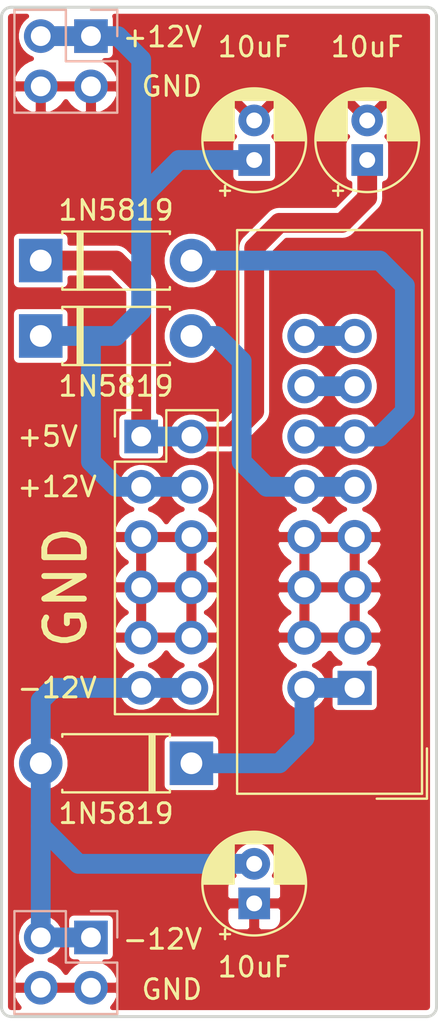
<source format=kicad_pcb>
(kicad_pcb (version 20171130) (host pcbnew "(5.1.6)-1")

  (general
    (thickness 1.6)
    (drawings 45)
    (tracks 51)
    (zones 0)
    (modules 10)
    (nets 10)
  )

  (page A4)
  (layers
    (0 F.Cu signal)
    (31 B.Cu signal)
    (32 B.Adhes user hide)
    (33 F.Adhes user hide)
    (34 B.Paste user hide)
    (35 F.Paste user hide)
    (36 B.SilkS user)
    (37 F.SilkS user)
    (38 B.Mask user hide)
    (39 F.Mask user hide)
    (40 Dwgs.User user)
    (41 Cmts.User user)
    (42 Eco1.User user hide)
    (43 Eco2.User user)
    (44 Edge.Cuts user)
    (45 Margin user)
    (46 B.CrtYd user hide)
    (47 F.CrtYd user hide)
    (48 B.Fab user hide)
    (49 F.Fab user hide)
  )

  (setup
    (last_trace_width 1)
    (trace_clearance 0.2)
    (zone_clearance 0.254)
    (zone_45_only no)
    (trace_min 0.2)
    (via_size 0.8)
    (via_drill 0.4)
    (via_min_size 0.4)
    (via_min_drill 0.3)
    (uvia_size 0.3)
    (uvia_drill 0.1)
    (uvias_allowed no)
    (uvia_min_size 0.2)
    (uvia_min_drill 0.1)
    (edge_width 0.15)
    (segment_width 0.2)
    (pcb_text_width 0.3)
    (pcb_text_size 1.5 1.5)
    (mod_edge_width 0.15)
    (mod_text_size 1 1)
    (mod_text_width 0.15)
    (pad_size 1.524 1.524)
    (pad_drill 0.762)
    (pad_to_mask_clearance 0.051)
    (solder_mask_min_width 0.25)
    (aux_axis_origin 0 0)
    (grid_origin 95.25 86.36)
    (visible_elements 7FFFFF7F)
    (pcbplotparams
      (layerselection 0x010fc_ffffffff)
      (usegerberextensions false)
      (usegerberattributes false)
      (usegerberadvancedattributes false)
      (creategerberjobfile false)
      (excludeedgelayer true)
      (linewidth 0.100000)
      (plotframeref false)
      (viasonmask false)
      (mode 1)
      (useauxorigin false)
      (hpglpennumber 1)
      (hpglpenspeed 20)
      (hpglpendiameter 15.000000)
      (psnegative false)
      (psa4output false)
      (plotreference true)
      (plotvalue true)
      (plotinvisibletext false)
      (padsonsilk false)
      (subtractmaskfromsilk false)
      (outputformat 1)
      (mirror false)
      (drillshape 1)
      (scaleselection 1)
      (outputdirectory ""))
  )

  (net 0 "")
  (net 1 +5V)
  (net 2 "Net-(D1-Pad2)")
  (net 3 "Net-(D2-Pad2)")
  (net 4 +12V)
  (net 5 "Net-(D3-Pad1)")
  (net 6 -12V)
  (net 7 GND)
  (net 8 "Net-(J1-Pad13)")
  (net 9 "Net-(J1-Pad15)")

  (net_class Default "Dies ist die voreingestellte Netzklasse."
    (clearance 0.2)
    (trace_width 1)
    (via_dia 0.8)
    (via_drill 0.4)
    (uvia_dia 0.3)
    (uvia_drill 0.1)
    (add_net +12V)
    (add_net +5V)
    (add_net -12V)
    (add_net GND)
    (add_net "Net-(D1-Pad2)")
    (add_net "Net-(D2-Pad2)")
    (add_net "Net-(D3-Pad1)")
    (add_net "Net-(J1-Pad13)")
    (add_net "Net-(J1-Pad15)")
  )

  (module custom:D_DO-41_SOD81_P7.62mm_Horizontal_silk (layer F.Cu) (tedit 5F18630B) (tstamp 5CBD147F)
    (at 109.855 99.06 180)
    (descr "Diode, DO-41_SOD81 series, Axial, Horizontal, pin pitch=7.62mm, , length*diameter=5.2*2.7mm^2, , http://www.diodes.com/_files/packages/DO-41%20(Plastic).pdf")
    (tags "Diode DO-41_SOD81 series Axial Horizontal pin pitch 7.62mm  length 5.2mm diameter 2.7mm")
    (path /5C8DBB62)
    (fp_text reference D3 (at 3.81 -2.47) (layer F.Fab)
      (effects (font (size 1 1) (thickness 0.15)))
    )
    (fp_text value 1N5819 (at 3.81 -2.54) (layer F.SilkS)
      (effects (font (size 1 1) (thickness 0.15)))
    )
    (fp_line (start 1.21 -1.35) (end 1.21 1.35) (layer F.Fab) (width 0.1))
    (fp_line (start 1.21 1.35) (end 6.41 1.35) (layer F.Fab) (width 0.1))
    (fp_line (start 6.41 1.35) (end 6.41 -1.35) (layer F.Fab) (width 0.1))
    (fp_line (start 6.41 -1.35) (end 1.21 -1.35) (layer F.Fab) (width 0.1))
    (fp_line (start 0 0) (end 1.21 0) (layer F.Fab) (width 0.1))
    (fp_line (start 7.62 0) (end 6.41 0) (layer F.Fab) (width 0.1))
    (fp_line (start 1.99 -1.35) (end 1.99 1.35) (layer F.Fab) (width 0.1))
    (fp_line (start 2.09 -1.35) (end 2.09 1.35) (layer F.Fab) (width 0.1))
    (fp_line (start 1.89 -1.35) (end 1.89 1.35) (layer F.Fab) (width 0.1))
    (fp_line (start 1.09 -1.34) (end 1.09 -1.47) (layer F.SilkS) (width 0.12))
    (fp_line (start 1.09 -1.47) (end 6.53 -1.47) (layer F.SilkS) (width 0.12))
    (fp_line (start 6.53 -1.47) (end 6.53 -1.34) (layer F.SilkS) (width 0.12))
    (fp_line (start 1.09 1.34) (end 1.09 1.47) (layer F.SilkS) (width 0.12))
    (fp_line (start 1.09 1.47) (end 6.53 1.47) (layer F.SilkS) (width 0.12))
    (fp_line (start 6.53 1.47) (end 6.53 1.34) (layer F.SilkS) (width 0.12))
    (fp_line (start 1.99 -1.47) (end 1.99 1.47) (layer F.SilkS) (width 0.12))
    (fp_line (start 2.11 -1.47) (end 2.11 1.47) (layer F.SilkS) (width 0.12))
    (fp_line (start 1.87 -1.47) (end 1.87 1.47) (layer F.SilkS) (width 0.12))
    (fp_line (start -1.35 -1.6) (end -1.35 1.6) (layer F.CrtYd) (width 0.05))
    (fp_line (start -1.35 1.6) (end 8.97 1.6) (layer F.CrtYd) (width 0.05))
    (fp_line (start 8.97 1.6) (end 8.97 -1.6) (layer F.CrtYd) (width 0.05))
    (fp_line (start 8.97 -1.6) (end -1.35 -1.6) (layer F.CrtYd) (width 0.05))
    (pad 2 thru_hole oval (at 7.62 0 180) (size 2.2 2.2) (drill 1.1) (layers *.Cu *.Mask)
      (net 6 -12V))
    (pad 1 thru_hole rect (at 0 0 180) (size 2.2 2.2) (drill 1.1) (layers *.Cu *.Mask)
      (net 5 "Net-(D3-Pad1)"))
    (model ${KISYS3DMOD}/Diode_THT.3dshapes/D_DO-41_SOD81_P7.62mm_Horizontal.wrl
      (at (xyz 0 0 0))
      (scale (xyz 1 1 1))
      (rotate (xyz 0 0 0))
    )
  )

  (module custom:D_DO-41_SOD81_P7.62mm_Horizontal_silk (layer F.Cu) (tedit 5F18630B) (tstamp 5CDC2B72)
    (at 102.235 77.47)
    (descr "Diode, DO-41_SOD81 series, Axial, Horizontal, pin pitch=7.62mm, , length*diameter=5.2*2.7mm^2, , http://www.diodes.com/_files/packages/DO-41%20(Plastic).pdf")
    (tags "Diode DO-41_SOD81 series Axial Horizontal pin pitch 7.62mm  length 5.2mm diameter 2.7mm")
    (path /5C8DBCA1)
    (fp_text reference D2 (at 3.81 -2.47) (layer F.Fab)
      (effects (font (size 1 1) (thickness 0.15)))
    )
    (fp_text value 1N5819 (at 3.81 2.54) (layer F.SilkS)
      (effects (font (size 1 1) (thickness 0.15)))
    )
    (fp_line (start 1.21 -1.35) (end 1.21 1.35) (layer F.Fab) (width 0.1))
    (fp_line (start 1.21 1.35) (end 6.41 1.35) (layer F.Fab) (width 0.1))
    (fp_line (start 6.41 1.35) (end 6.41 -1.35) (layer F.Fab) (width 0.1))
    (fp_line (start 6.41 -1.35) (end 1.21 -1.35) (layer F.Fab) (width 0.1))
    (fp_line (start 0 0) (end 1.21 0) (layer F.Fab) (width 0.1))
    (fp_line (start 7.62 0) (end 6.41 0) (layer F.Fab) (width 0.1))
    (fp_line (start 1.99 -1.35) (end 1.99 1.35) (layer F.Fab) (width 0.1))
    (fp_line (start 2.09 -1.35) (end 2.09 1.35) (layer F.Fab) (width 0.1))
    (fp_line (start 1.89 -1.35) (end 1.89 1.35) (layer F.Fab) (width 0.1))
    (fp_line (start 1.09 -1.34) (end 1.09 -1.47) (layer F.SilkS) (width 0.12))
    (fp_line (start 1.09 -1.47) (end 6.53 -1.47) (layer F.SilkS) (width 0.12))
    (fp_line (start 6.53 -1.47) (end 6.53 -1.34) (layer F.SilkS) (width 0.12))
    (fp_line (start 1.09 1.34) (end 1.09 1.47) (layer F.SilkS) (width 0.12))
    (fp_line (start 1.09 1.47) (end 6.53 1.47) (layer F.SilkS) (width 0.12))
    (fp_line (start 6.53 1.47) (end 6.53 1.34) (layer F.SilkS) (width 0.12))
    (fp_line (start 1.99 -1.47) (end 1.99 1.47) (layer F.SilkS) (width 0.12))
    (fp_line (start 2.11 -1.47) (end 2.11 1.47) (layer F.SilkS) (width 0.12))
    (fp_line (start 1.87 -1.47) (end 1.87 1.47) (layer F.SilkS) (width 0.12))
    (fp_line (start -1.35 -1.6) (end -1.35 1.6) (layer F.CrtYd) (width 0.05))
    (fp_line (start -1.35 1.6) (end 8.97 1.6) (layer F.CrtYd) (width 0.05))
    (fp_line (start 8.97 1.6) (end 8.97 -1.6) (layer F.CrtYd) (width 0.05))
    (fp_line (start 8.97 -1.6) (end -1.35 -1.6) (layer F.CrtYd) (width 0.05))
    (pad 2 thru_hole oval (at 7.62 0) (size 2.2 2.2) (drill 1.1) (layers *.Cu *.Mask)
      (net 3 "Net-(D2-Pad2)"))
    (pad 1 thru_hole rect (at 0 0) (size 2.2 2.2) (drill 1.1) (layers *.Cu *.Mask)
      (net 4 +12V))
    (model ${KISYS3DMOD}/Diode_THT.3dshapes/D_DO-41_SOD81_P7.62mm_Horizontal.wrl
      (at (xyz 0 0 0))
      (scale (xyz 1 1 1))
      (rotate (xyz 0 0 0))
    )
  )

  (module custom:D_DO-41_SOD81_P7.62mm_Horizontal_silk (layer F.Cu) (tedit 5F18630B) (tstamp 5CDC2BCC)
    (at 102.235 73.66)
    (descr "Diode, DO-41_SOD81 series, Axial, Horizontal, pin pitch=7.62mm, , length*diameter=5.2*2.7mm^2, , http://www.diodes.com/_files/packages/DO-41%20(Plastic).pdf")
    (tags "Diode DO-41_SOD81 series Axial Horizontal pin pitch 7.62mm  length 5.2mm diameter 2.7mm")
    (path /5C8DBCF8)
    (fp_text reference D1 (at 3.81 -2.47) (layer F.Fab)
      (effects (font (size 1 1) (thickness 0.15)))
    )
    (fp_text value 1N5819 (at 3.81 -2.54) (layer F.SilkS)
      (effects (font (size 1 1) (thickness 0.15)))
    )
    (fp_line (start 1.21 -1.35) (end 1.21 1.35) (layer F.Fab) (width 0.1))
    (fp_line (start 1.21 1.35) (end 6.41 1.35) (layer F.Fab) (width 0.1))
    (fp_line (start 6.41 1.35) (end 6.41 -1.35) (layer F.Fab) (width 0.1))
    (fp_line (start 6.41 -1.35) (end 1.21 -1.35) (layer F.Fab) (width 0.1))
    (fp_line (start 0 0) (end 1.21 0) (layer F.Fab) (width 0.1))
    (fp_line (start 7.62 0) (end 6.41 0) (layer F.Fab) (width 0.1))
    (fp_line (start 1.99 -1.35) (end 1.99 1.35) (layer F.Fab) (width 0.1))
    (fp_line (start 2.09 -1.35) (end 2.09 1.35) (layer F.Fab) (width 0.1))
    (fp_line (start 1.89 -1.35) (end 1.89 1.35) (layer F.Fab) (width 0.1))
    (fp_line (start 1.09 -1.34) (end 1.09 -1.47) (layer F.SilkS) (width 0.12))
    (fp_line (start 1.09 -1.47) (end 6.53 -1.47) (layer F.SilkS) (width 0.12))
    (fp_line (start 6.53 -1.47) (end 6.53 -1.34) (layer F.SilkS) (width 0.12))
    (fp_line (start 1.09 1.34) (end 1.09 1.47) (layer F.SilkS) (width 0.12))
    (fp_line (start 1.09 1.47) (end 6.53 1.47) (layer F.SilkS) (width 0.12))
    (fp_line (start 6.53 1.47) (end 6.53 1.34) (layer F.SilkS) (width 0.12))
    (fp_line (start 1.99 -1.47) (end 1.99 1.47) (layer F.SilkS) (width 0.12))
    (fp_line (start 2.11 -1.47) (end 2.11 1.47) (layer F.SilkS) (width 0.12))
    (fp_line (start 1.87 -1.47) (end 1.87 1.47) (layer F.SilkS) (width 0.12))
    (fp_line (start -1.35 -1.6) (end -1.35 1.6) (layer F.CrtYd) (width 0.05))
    (fp_line (start -1.35 1.6) (end 8.97 1.6) (layer F.CrtYd) (width 0.05))
    (fp_line (start 8.97 1.6) (end 8.97 -1.6) (layer F.CrtYd) (width 0.05))
    (fp_line (start 8.97 -1.6) (end -1.35 -1.6) (layer F.CrtYd) (width 0.05))
    (pad 2 thru_hole oval (at 7.62 0) (size 2.2 2.2) (drill 1.1) (layers *.Cu *.Mask)
      (net 2 "Net-(D1-Pad2)"))
    (pad 1 thru_hole rect (at 0 0) (size 2.2 2.2) (drill 1.1) (layers *.Cu *.Mask)
      (net 1 +5V))
    (model ${KISYS3DMOD}/Diode_THT.3dshapes/D_DO-41_SOD81_P7.62mm_Horizontal.wrl
      (at (xyz 0 0 0))
      (scale (xyz 1 1 1))
      (rotate (xyz 0 0 0))
    )
  )

  (module custom:CP_Radial_D5.0mm_P2.00mm_silk (layer F.Cu) (tedit 5F124C75) (tstamp 5CA454E4)
    (at 113.03 106.14 90)
    (descr "CP, Radial series, Radial, pin pitch=2.00mm, , diameter=5mm, Electrolytic Capacitor")
    (tags "CP Radial series Radial pin pitch 2.00mm  diameter 5mm Electrolytic Capacitor")
    (path /5C8DC2B5)
    (fp_text reference C3 (at 1 4 90) (layer F.Fab)
      (effects (font (size 1 1) (thickness 0.15)))
    )
    (fp_text value 10uF (at -3.215 0 180) (layer F.SilkS)
      (effects (font (size 1 1) (thickness 0.15)))
    )
    (fp_circle (center 1 0) (end 3.5 0) (layer F.Fab) (width 0.1))
    (fp_circle (center 1 0) (end 3.62 0) (layer F.SilkS) (width 0.12))
    (fp_circle (center 1 0) (end 3.75 0) (layer F.CrtYd) (width 0.05))
    (fp_line (start -1.133605 -1.0875) (end -0.633605 -1.0875) (layer F.Fab) (width 0.1))
    (fp_line (start -0.883605 -1.3375) (end -0.883605 -0.8375) (layer F.Fab) (width 0.1))
    (fp_line (start 1 1.04) (end 1 2.58) (layer F.SilkS) (width 0.12))
    (fp_line (start 1 -2.58) (end 1 -1.04) (layer F.SilkS) (width 0.12))
    (fp_line (start 1.04 1.04) (end 1.04 2.58) (layer F.SilkS) (width 0.12))
    (fp_line (start 1.04 -2.58) (end 1.04 -1.04) (layer F.SilkS) (width 0.12))
    (fp_line (start 1.08 -2.579) (end 1.08 -1.04) (layer F.SilkS) (width 0.12))
    (fp_line (start 1.08 1.04) (end 1.08 2.579) (layer F.SilkS) (width 0.12))
    (fp_line (start 1.12 -2.578) (end 1.12 -1.04) (layer F.SilkS) (width 0.12))
    (fp_line (start 1.12 1.04) (end 1.12 2.578) (layer F.SilkS) (width 0.12))
    (fp_line (start 1.16 -2.576) (end 1.16 -1.04) (layer F.SilkS) (width 0.12))
    (fp_line (start 1.16 1.04) (end 1.16 2.576) (layer F.SilkS) (width 0.12))
    (fp_line (start 1.2 -2.573) (end 1.2 -1.04) (layer F.SilkS) (width 0.12))
    (fp_line (start 1.2 1.04) (end 1.2 2.573) (layer F.SilkS) (width 0.12))
    (fp_line (start 1.24 -2.569) (end 1.24 -1.04) (layer F.SilkS) (width 0.12))
    (fp_line (start 1.24 1.04) (end 1.24 2.569) (layer F.SilkS) (width 0.12))
    (fp_line (start 1.28 -2.565) (end 1.28 -1.04) (layer F.SilkS) (width 0.12))
    (fp_line (start 1.28 1.04) (end 1.28 2.565) (layer F.SilkS) (width 0.12))
    (fp_line (start 1.32 -2.561) (end 1.32 -1.04) (layer F.SilkS) (width 0.12))
    (fp_line (start 1.32 1.04) (end 1.32 2.561) (layer F.SilkS) (width 0.12))
    (fp_line (start 1.36 -2.556) (end 1.36 -1.04) (layer F.SilkS) (width 0.12))
    (fp_line (start 1.36 1.04) (end 1.36 2.556) (layer F.SilkS) (width 0.12))
    (fp_line (start 1.4 -2.55) (end 1.4 -1.04) (layer F.SilkS) (width 0.12))
    (fp_line (start 1.4 1.04) (end 1.4 2.55) (layer F.SilkS) (width 0.12))
    (fp_line (start 1.44 -2.543) (end 1.44 -1.04) (layer F.SilkS) (width 0.12))
    (fp_line (start 1.44 1.04) (end 1.44 2.543) (layer F.SilkS) (width 0.12))
    (fp_line (start 1.48 -2.536) (end 1.48 -1.04) (layer F.SilkS) (width 0.12))
    (fp_line (start 1.48 1.04) (end 1.48 2.536) (layer F.SilkS) (width 0.12))
    (fp_line (start 1.52 -2.528) (end 1.52 -1.04) (layer F.SilkS) (width 0.12))
    (fp_line (start 1.52 1.04) (end 1.52 2.528) (layer F.SilkS) (width 0.12))
    (fp_line (start 1.56 -2.52) (end 1.56 -1.04) (layer F.SilkS) (width 0.12))
    (fp_line (start 1.56 1.04) (end 1.56 2.52) (layer F.SilkS) (width 0.12))
    (fp_line (start 1.6 -2.511) (end 1.6 -1.04) (layer F.SilkS) (width 0.12))
    (fp_line (start 1.6 1.04) (end 1.6 2.511) (layer F.SilkS) (width 0.12))
    (fp_line (start 1.64 -2.501) (end 1.64 -1.04) (layer F.SilkS) (width 0.12))
    (fp_line (start 1.64 1.04) (end 1.64 2.501) (layer F.SilkS) (width 0.12))
    (fp_line (start 1.68 -2.491) (end 1.68 -1.04) (layer F.SilkS) (width 0.12))
    (fp_line (start 1.68 1.04) (end 1.68 2.491) (layer F.SilkS) (width 0.12))
    (fp_line (start 1.721 -2.48) (end 1.721 -1.04) (layer F.SilkS) (width 0.12))
    (fp_line (start 1.721 1.04) (end 1.721 2.48) (layer F.SilkS) (width 0.12))
    (fp_line (start 1.761 -2.468) (end 1.761 -1.04) (layer F.SilkS) (width 0.12))
    (fp_line (start 1.761 1.04) (end 1.761 2.468) (layer F.SilkS) (width 0.12))
    (fp_line (start 1.801 -2.455) (end 1.801 -1.04) (layer F.SilkS) (width 0.12))
    (fp_line (start 1.801 1.04) (end 1.801 2.455) (layer F.SilkS) (width 0.12))
    (fp_line (start 1.841 -2.442) (end 1.841 -1.04) (layer F.SilkS) (width 0.12))
    (fp_line (start 1.841 1.04) (end 1.841 2.442) (layer F.SilkS) (width 0.12))
    (fp_line (start 1.881 -2.428) (end 1.881 -1.04) (layer F.SilkS) (width 0.12))
    (fp_line (start 1.881 1.04) (end 1.881 2.428) (layer F.SilkS) (width 0.12))
    (fp_line (start 1.921 -2.414) (end 1.921 -1.04) (layer F.SilkS) (width 0.12))
    (fp_line (start 1.921 1.04) (end 1.921 2.414) (layer F.SilkS) (width 0.12))
    (fp_line (start 1.961 -2.398) (end 1.961 -1.04) (layer F.SilkS) (width 0.12))
    (fp_line (start 1.961 1.04) (end 1.961 2.398) (layer F.SilkS) (width 0.12))
    (fp_line (start 2.001 -2.382) (end 2.001 -1.04) (layer F.SilkS) (width 0.12))
    (fp_line (start 2.001 1.04) (end 2.001 2.382) (layer F.SilkS) (width 0.12))
    (fp_line (start 2.041 -2.365) (end 2.041 -1.04) (layer F.SilkS) (width 0.12))
    (fp_line (start 2.041 1.04) (end 2.041 2.365) (layer F.SilkS) (width 0.12))
    (fp_line (start 2.081 -2.348) (end 2.081 -1.04) (layer F.SilkS) (width 0.12))
    (fp_line (start 2.081 1.04) (end 2.081 2.348) (layer F.SilkS) (width 0.12))
    (fp_line (start 2.121 -2.329) (end 2.121 -1.04) (layer F.SilkS) (width 0.12))
    (fp_line (start 2.121 1.04) (end 2.121 2.329) (layer F.SilkS) (width 0.12))
    (fp_line (start 2.161 -2.31) (end 2.161 -1.04) (layer F.SilkS) (width 0.12))
    (fp_line (start 2.161 1.04) (end 2.161 2.31) (layer F.SilkS) (width 0.12))
    (fp_line (start 2.201 -2.29) (end 2.201 -1.04) (layer F.SilkS) (width 0.12))
    (fp_line (start 2.201 1.04) (end 2.201 2.29) (layer F.SilkS) (width 0.12))
    (fp_line (start 2.241 -2.268) (end 2.241 -1.04) (layer F.SilkS) (width 0.12))
    (fp_line (start 2.241 1.04) (end 2.241 2.268) (layer F.SilkS) (width 0.12))
    (fp_line (start 2.281 -2.247) (end 2.281 -1.04) (layer F.SilkS) (width 0.12))
    (fp_line (start 2.281 1.04) (end 2.281 2.247) (layer F.SilkS) (width 0.12))
    (fp_line (start 2.321 -2.224) (end 2.321 -1.04) (layer F.SilkS) (width 0.12))
    (fp_line (start 2.321 1.04) (end 2.321 2.224) (layer F.SilkS) (width 0.12))
    (fp_line (start 2.361 -2.2) (end 2.361 -1.04) (layer F.SilkS) (width 0.12))
    (fp_line (start 2.361 1.04) (end 2.361 2.2) (layer F.SilkS) (width 0.12))
    (fp_line (start 2.401 -2.175) (end 2.401 -1.04) (layer F.SilkS) (width 0.12))
    (fp_line (start 2.401 1.04) (end 2.401 2.175) (layer F.SilkS) (width 0.12))
    (fp_line (start 2.441 -2.149) (end 2.441 -1.04) (layer F.SilkS) (width 0.12))
    (fp_line (start 2.441 1.04) (end 2.441 2.149) (layer F.SilkS) (width 0.12))
    (fp_line (start 2.481 -2.122) (end 2.481 -1.04) (layer F.SilkS) (width 0.12))
    (fp_line (start 2.481 1.04) (end 2.481 2.122) (layer F.SilkS) (width 0.12))
    (fp_line (start 2.521 -2.095) (end 2.521 -1.04) (layer F.SilkS) (width 0.12))
    (fp_line (start 2.521 1.04) (end 2.521 2.095) (layer F.SilkS) (width 0.12))
    (fp_line (start 2.561 -2.065) (end 2.561 -1.04) (layer F.SilkS) (width 0.12))
    (fp_line (start 2.561 1.04) (end 2.561 2.065) (layer F.SilkS) (width 0.12))
    (fp_line (start 2.601 -2.035) (end 2.601 -1.04) (layer F.SilkS) (width 0.12))
    (fp_line (start 2.601 1.04) (end 2.601 2.035) (layer F.SilkS) (width 0.12))
    (fp_line (start 2.641 -2.004) (end 2.641 -1.04) (layer F.SilkS) (width 0.12))
    (fp_line (start 2.641 1.04) (end 2.641 2.004) (layer F.SilkS) (width 0.12))
    (fp_line (start 2.681 -1.971) (end 2.681 -1.04) (layer F.SilkS) (width 0.12))
    (fp_line (start 2.681 1.04) (end 2.681 1.971) (layer F.SilkS) (width 0.12))
    (fp_line (start 2.721 -1.937) (end 2.721 -1.04) (layer F.SilkS) (width 0.12))
    (fp_line (start 2.721 1.04) (end 2.721 1.937) (layer F.SilkS) (width 0.12))
    (fp_line (start 2.761 -1.901) (end 2.761 -1.04) (layer F.SilkS) (width 0.12))
    (fp_line (start 2.761 1.04) (end 2.761 1.901) (layer F.SilkS) (width 0.12))
    (fp_line (start 2.801 -1.864) (end 2.801 -1.04) (layer F.SilkS) (width 0.12))
    (fp_line (start 2.801 1.04) (end 2.801 1.864) (layer F.SilkS) (width 0.12))
    (fp_line (start 2.841 -1.826) (end 2.841 -1.04) (layer F.SilkS) (width 0.12))
    (fp_line (start 2.841 1.04) (end 2.841 1.826) (layer F.SilkS) (width 0.12))
    (fp_line (start 2.881 -1.785) (end 2.881 -1.04) (layer F.SilkS) (width 0.12))
    (fp_line (start 2.881 1.04) (end 2.881 1.785) (layer F.SilkS) (width 0.12))
    (fp_line (start 2.921 -1.743) (end 2.921 -1.04) (layer F.SilkS) (width 0.12))
    (fp_line (start 2.921 1.04) (end 2.921 1.743) (layer F.SilkS) (width 0.12))
    (fp_line (start 2.961 -1.699) (end 2.961 -1.04) (layer F.SilkS) (width 0.12))
    (fp_line (start 2.961 1.04) (end 2.961 1.699) (layer F.SilkS) (width 0.12))
    (fp_line (start 3.001 -1.653) (end 3.001 -1.04) (layer F.SilkS) (width 0.12))
    (fp_line (start 3.001 1.04) (end 3.001 1.653) (layer F.SilkS) (width 0.12))
    (fp_line (start 3.041 -1.605) (end 3.041 1.605) (layer F.SilkS) (width 0.12))
    (fp_line (start 3.081 -1.554) (end 3.081 1.554) (layer F.SilkS) (width 0.12))
    (fp_line (start 3.121 -1.5) (end 3.121 1.5) (layer F.SilkS) (width 0.12))
    (fp_line (start 3.161 -1.443) (end 3.161 1.443) (layer F.SilkS) (width 0.12))
    (fp_line (start 3.201 -1.383) (end 3.201 1.383) (layer F.SilkS) (width 0.12))
    (fp_line (start 3.241 -1.319) (end 3.241 1.319) (layer F.SilkS) (width 0.12))
    (fp_line (start 3.281 -1.251) (end 3.281 1.251) (layer F.SilkS) (width 0.12))
    (fp_line (start 3.321 -1.178) (end 3.321 1.178) (layer F.SilkS) (width 0.12))
    (fp_line (start 3.361 -1.098) (end 3.361 1.098) (layer F.SilkS) (width 0.12))
    (fp_line (start 3.401 -1.011) (end 3.401 1.011) (layer F.SilkS) (width 0.12))
    (fp_line (start 3.441 -0.915) (end 3.441 0.915) (layer F.SilkS) (width 0.12))
    (fp_line (start 3.481 -0.805) (end 3.481 0.805) (layer F.SilkS) (width 0.12))
    (fp_line (start 3.521 -0.677) (end 3.521 0.677) (layer F.SilkS) (width 0.12))
    (fp_line (start 3.561 -0.518) (end 3.561 0.518) (layer F.SilkS) (width 0.12))
    (fp_line (start 3.601 -0.284) (end 3.601 0.284) (layer F.SilkS) (width 0.12))
    (fp_line (start -1.804775 -1.475) (end -1.304775 -1.475) (layer F.SilkS) (width 0.12))
    (fp_line (start -1.554775 -1.725) (end -1.554775 -1.225) (layer F.SilkS) (width 0.12))
    (pad 2 thru_hole circle (at 2 0 90) (size 1.6 1.6) (drill 0.8) (layers *.Cu *.Mask)
      (net 6 -12V))
    (pad 1 thru_hole rect (at 0 0 90) (size 1.6 1.6) (drill 0.8) (layers *.Cu *.Mask)
      (net 7 GND))
    (model ${KISYS3DMOD}/Capacitor_THT.3dshapes/CP_Radial_D5.0mm_P2.00mm.wrl
      (at (xyz 0 0 0))
      (scale (xyz 1 1 1))
      (rotate (xyz 0 0 0))
    )
  )

  (module custom:CP_Radial_D5.0mm_P2.00mm_silk (layer F.Cu) (tedit 5F124C75) (tstamp 5CA45460)
    (at 113.03 68.58 90)
    (descr "CP, Radial series, Radial, pin pitch=2.00mm, , diameter=5mm, Electrolytic Capacitor")
    (tags "CP Radial series Radial pin pitch 2.00mm  diameter 5mm Electrolytic Capacitor")
    (path /5C8DC218)
    (fp_text reference C2 (at 1 4 90) (layer F.Fab)
      (effects (font (size 1 1) (thickness 0.15)))
    )
    (fp_text value 10uF (at 5.715 0 180) (layer F.SilkS)
      (effects (font (size 1 1) (thickness 0.15)))
    )
    (fp_circle (center 1 0) (end 3.5 0) (layer F.Fab) (width 0.1))
    (fp_circle (center 1 0) (end 3.62 0) (layer F.SilkS) (width 0.12))
    (fp_circle (center 1 0) (end 3.75 0) (layer F.CrtYd) (width 0.05))
    (fp_line (start -1.133605 -1.0875) (end -0.633605 -1.0875) (layer F.Fab) (width 0.1))
    (fp_line (start -0.883605 -1.3375) (end -0.883605 -0.8375) (layer F.Fab) (width 0.1))
    (fp_line (start 1 1.04) (end 1 2.58) (layer F.SilkS) (width 0.12))
    (fp_line (start 1 -2.58) (end 1 -1.04) (layer F.SilkS) (width 0.12))
    (fp_line (start 1.04 1.04) (end 1.04 2.58) (layer F.SilkS) (width 0.12))
    (fp_line (start 1.04 -2.58) (end 1.04 -1.04) (layer F.SilkS) (width 0.12))
    (fp_line (start 1.08 -2.579) (end 1.08 -1.04) (layer F.SilkS) (width 0.12))
    (fp_line (start 1.08 1.04) (end 1.08 2.579) (layer F.SilkS) (width 0.12))
    (fp_line (start 1.12 -2.578) (end 1.12 -1.04) (layer F.SilkS) (width 0.12))
    (fp_line (start 1.12 1.04) (end 1.12 2.578) (layer F.SilkS) (width 0.12))
    (fp_line (start 1.16 -2.576) (end 1.16 -1.04) (layer F.SilkS) (width 0.12))
    (fp_line (start 1.16 1.04) (end 1.16 2.576) (layer F.SilkS) (width 0.12))
    (fp_line (start 1.2 -2.573) (end 1.2 -1.04) (layer F.SilkS) (width 0.12))
    (fp_line (start 1.2 1.04) (end 1.2 2.573) (layer F.SilkS) (width 0.12))
    (fp_line (start 1.24 -2.569) (end 1.24 -1.04) (layer F.SilkS) (width 0.12))
    (fp_line (start 1.24 1.04) (end 1.24 2.569) (layer F.SilkS) (width 0.12))
    (fp_line (start 1.28 -2.565) (end 1.28 -1.04) (layer F.SilkS) (width 0.12))
    (fp_line (start 1.28 1.04) (end 1.28 2.565) (layer F.SilkS) (width 0.12))
    (fp_line (start 1.32 -2.561) (end 1.32 -1.04) (layer F.SilkS) (width 0.12))
    (fp_line (start 1.32 1.04) (end 1.32 2.561) (layer F.SilkS) (width 0.12))
    (fp_line (start 1.36 -2.556) (end 1.36 -1.04) (layer F.SilkS) (width 0.12))
    (fp_line (start 1.36 1.04) (end 1.36 2.556) (layer F.SilkS) (width 0.12))
    (fp_line (start 1.4 -2.55) (end 1.4 -1.04) (layer F.SilkS) (width 0.12))
    (fp_line (start 1.4 1.04) (end 1.4 2.55) (layer F.SilkS) (width 0.12))
    (fp_line (start 1.44 -2.543) (end 1.44 -1.04) (layer F.SilkS) (width 0.12))
    (fp_line (start 1.44 1.04) (end 1.44 2.543) (layer F.SilkS) (width 0.12))
    (fp_line (start 1.48 -2.536) (end 1.48 -1.04) (layer F.SilkS) (width 0.12))
    (fp_line (start 1.48 1.04) (end 1.48 2.536) (layer F.SilkS) (width 0.12))
    (fp_line (start 1.52 -2.528) (end 1.52 -1.04) (layer F.SilkS) (width 0.12))
    (fp_line (start 1.52 1.04) (end 1.52 2.528) (layer F.SilkS) (width 0.12))
    (fp_line (start 1.56 -2.52) (end 1.56 -1.04) (layer F.SilkS) (width 0.12))
    (fp_line (start 1.56 1.04) (end 1.56 2.52) (layer F.SilkS) (width 0.12))
    (fp_line (start 1.6 -2.511) (end 1.6 -1.04) (layer F.SilkS) (width 0.12))
    (fp_line (start 1.6 1.04) (end 1.6 2.511) (layer F.SilkS) (width 0.12))
    (fp_line (start 1.64 -2.501) (end 1.64 -1.04) (layer F.SilkS) (width 0.12))
    (fp_line (start 1.64 1.04) (end 1.64 2.501) (layer F.SilkS) (width 0.12))
    (fp_line (start 1.68 -2.491) (end 1.68 -1.04) (layer F.SilkS) (width 0.12))
    (fp_line (start 1.68 1.04) (end 1.68 2.491) (layer F.SilkS) (width 0.12))
    (fp_line (start 1.721 -2.48) (end 1.721 -1.04) (layer F.SilkS) (width 0.12))
    (fp_line (start 1.721 1.04) (end 1.721 2.48) (layer F.SilkS) (width 0.12))
    (fp_line (start 1.761 -2.468) (end 1.761 -1.04) (layer F.SilkS) (width 0.12))
    (fp_line (start 1.761 1.04) (end 1.761 2.468) (layer F.SilkS) (width 0.12))
    (fp_line (start 1.801 -2.455) (end 1.801 -1.04) (layer F.SilkS) (width 0.12))
    (fp_line (start 1.801 1.04) (end 1.801 2.455) (layer F.SilkS) (width 0.12))
    (fp_line (start 1.841 -2.442) (end 1.841 -1.04) (layer F.SilkS) (width 0.12))
    (fp_line (start 1.841 1.04) (end 1.841 2.442) (layer F.SilkS) (width 0.12))
    (fp_line (start 1.881 -2.428) (end 1.881 -1.04) (layer F.SilkS) (width 0.12))
    (fp_line (start 1.881 1.04) (end 1.881 2.428) (layer F.SilkS) (width 0.12))
    (fp_line (start 1.921 -2.414) (end 1.921 -1.04) (layer F.SilkS) (width 0.12))
    (fp_line (start 1.921 1.04) (end 1.921 2.414) (layer F.SilkS) (width 0.12))
    (fp_line (start 1.961 -2.398) (end 1.961 -1.04) (layer F.SilkS) (width 0.12))
    (fp_line (start 1.961 1.04) (end 1.961 2.398) (layer F.SilkS) (width 0.12))
    (fp_line (start 2.001 -2.382) (end 2.001 -1.04) (layer F.SilkS) (width 0.12))
    (fp_line (start 2.001 1.04) (end 2.001 2.382) (layer F.SilkS) (width 0.12))
    (fp_line (start 2.041 -2.365) (end 2.041 -1.04) (layer F.SilkS) (width 0.12))
    (fp_line (start 2.041 1.04) (end 2.041 2.365) (layer F.SilkS) (width 0.12))
    (fp_line (start 2.081 -2.348) (end 2.081 -1.04) (layer F.SilkS) (width 0.12))
    (fp_line (start 2.081 1.04) (end 2.081 2.348) (layer F.SilkS) (width 0.12))
    (fp_line (start 2.121 -2.329) (end 2.121 -1.04) (layer F.SilkS) (width 0.12))
    (fp_line (start 2.121 1.04) (end 2.121 2.329) (layer F.SilkS) (width 0.12))
    (fp_line (start 2.161 -2.31) (end 2.161 -1.04) (layer F.SilkS) (width 0.12))
    (fp_line (start 2.161 1.04) (end 2.161 2.31) (layer F.SilkS) (width 0.12))
    (fp_line (start 2.201 -2.29) (end 2.201 -1.04) (layer F.SilkS) (width 0.12))
    (fp_line (start 2.201 1.04) (end 2.201 2.29) (layer F.SilkS) (width 0.12))
    (fp_line (start 2.241 -2.268) (end 2.241 -1.04) (layer F.SilkS) (width 0.12))
    (fp_line (start 2.241 1.04) (end 2.241 2.268) (layer F.SilkS) (width 0.12))
    (fp_line (start 2.281 -2.247) (end 2.281 -1.04) (layer F.SilkS) (width 0.12))
    (fp_line (start 2.281 1.04) (end 2.281 2.247) (layer F.SilkS) (width 0.12))
    (fp_line (start 2.321 -2.224) (end 2.321 -1.04) (layer F.SilkS) (width 0.12))
    (fp_line (start 2.321 1.04) (end 2.321 2.224) (layer F.SilkS) (width 0.12))
    (fp_line (start 2.361 -2.2) (end 2.361 -1.04) (layer F.SilkS) (width 0.12))
    (fp_line (start 2.361 1.04) (end 2.361 2.2) (layer F.SilkS) (width 0.12))
    (fp_line (start 2.401 -2.175) (end 2.401 -1.04) (layer F.SilkS) (width 0.12))
    (fp_line (start 2.401 1.04) (end 2.401 2.175) (layer F.SilkS) (width 0.12))
    (fp_line (start 2.441 -2.149) (end 2.441 -1.04) (layer F.SilkS) (width 0.12))
    (fp_line (start 2.441 1.04) (end 2.441 2.149) (layer F.SilkS) (width 0.12))
    (fp_line (start 2.481 -2.122) (end 2.481 -1.04) (layer F.SilkS) (width 0.12))
    (fp_line (start 2.481 1.04) (end 2.481 2.122) (layer F.SilkS) (width 0.12))
    (fp_line (start 2.521 -2.095) (end 2.521 -1.04) (layer F.SilkS) (width 0.12))
    (fp_line (start 2.521 1.04) (end 2.521 2.095) (layer F.SilkS) (width 0.12))
    (fp_line (start 2.561 -2.065) (end 2.561 -1.04) (layer F.SilkS) (width 0.12))
    (fp_line (start 2.561 1.04) (end 2.561 2.065) (layer F.SilkS) (width 0.12))
    (fp_line (start 2.601 -2.035) (end 2.601 -1.04) (layer F.SilkS) (width 0.12))
    (fp_line (start 2.601 1.04) (end 2.601 2.035) (layer F.SilkS) (width 0.12))
    (fp_line (start 2.641 -2.004) (end 2.641 -1.04) (layer F.SilkS) (width 0.12))
    (fp_line (start 2.641 1.04) (end 2.641 2.004) (layer F.SilkS) (width 0.12))
    (fp_line (start 2.681 -1.971) (end 2.681 -1.04) (layer F.SilkS) (width 0.12))
    (fp_line (start 2.681 1.04) (end 2.681 1.971) (layer F.SilkS) (width 0.12))
    (fp_line (start 2.721 -1.937) (end 2.721 -1.04) (layer F.SilkS) (width 0.12))
    (fp_line (start 2.721 1.04) (end 2.721 1.937) (layer F.SilkS) (width 0.12))
    (fp_line (start 2.761 -1.901) (end 2.761 -1.04) (layer F.SilkS) (width 0.12))
    (fp_line (start 2.761 1.04) (end 2.761 1.901) (layer F.SilkS) (width 0.12))
    (fp_line (start 2.801 -1.864) (end 2.801 -1.04) (layer F.SilkS) (width 0.12))
    (fp_line (start 2.801 1.04) (end 2.801 1.864) (layer F.SilkS) (width 0.12))
    (fp_line (start 2.841 -1.826) (end 2.841 -1.04) (layer F.SilkS) (width 0.12))
    (fp_line (start 2.841 1.04) (end 2.841 1.826) (layer F.SilkS) (width 0.12))
    (fp_line (start 2.881 -1.785) (end 2.881 -1.04) (layer F.SilkS) (width 0.12))
    (fp_line (start 2.881 1.04) (end 2.881 1.785) (layer F.SilkS) (width 0.12))
    (fp_line (start 2.921 -1.743) (end 2.921 -1.04) (layer F.SilkS) (width 0.12))
    (fp_line (start 2.921 1.04) (end 2.921 1.743) (layer F.SilkS) (width 0.12))
    (fp_line (start 2.961 -1.699) (end 2.961 -1.04) (layer F.SilkS) (width 0.12))
    (fp_line (start 2.961 1.04) (end 2.961 1.699) (layer F.SilkS) (width 0.12))
    (fp_line (start 3.001 -1.653) (end 3.001 -1.04) (layer F.SilkS) (width 0.12))
    (fp_line (start 3.001 1.04) (end 3.001 1.653) (layer F.SilkS) (width 0.12))
    (fp_line (start 3.041 -1.605) (end 3.041 1.605) (layer F.SilkS) (width 0.12))
    (fp_line (start 3.081 -1.554) (end 3.081 1.554) (layer F.SilkS) (width 0.12))
    (fp_line (start 3.121 -1.5) (end 3.121 1.5) (layer F.SilkS) (width 0.12))
    (fp_line (start 3.161 -1.443) (end 3.161 1.443) (layer F.SilkS) (width 0.12))
    (fp_line (start 3.201 -1.383) (end 3.201 1.383) (layer F.SilkS) (width 0.12))
    (fp_line (start 3.241 -1.319) (end 3.241 1.319) (layer F.SilkS) (width 0.12))
    (fp_line (start 3.281 -1.251) (end 3.281 1.251) (layer F.SilkS) (width 0.12))
    (fp_line (start 3.321 -1.178) (end 3.321 1.178) (layer F.SilkS) (width 0.12))
    (fp_line (start 3.361 -1.098) (end 3.361 1.098) (layer F.SilkS) (width 0.12))
    (fp_line (start 3.401 -1.011) (end 3.401 1.011) (layer F.SilkS) (width 0.12))
    (fp_line (start 3.441 -0.915) (end 3.441 0.915) (layer F.SilkS) (width 0.12))
    (fp_line (start 3.481 -0.805) (end 3.481 0.805) (layer F.SilkS) (width 0.12))
    (fp_line (start 3.521 -0.677) (end 3.521 0.677) (layer F.SilkS) (width 0.12))
    (fp_line (start 3.561 -0.518) (end 3.561 0.518) (layer F.SilkS) (width 0.12))
    (fp_line (start 3.601 -0.284) (end 3.601 0.284) (layer F.SilkS) (width 0.12))
    (fp_line (start -1.804775 -1.475) (end -1.304775 -1.475) (layer F.SilkS) (width 0.12))
    (fp_line (start -1.554775 -1.725) (end -1.554775 -1.225) (layer F.SilkS) (width 0.12))
    (pad 2 thru_hole circle (at 2 0 90) (size 1.6 1.6) (drill 0.8) (layers *.Cu *.Mask)
      (net 7 GND))
    (pad 1 thru_hole rect (at 0 0 90) (size 1.6 1.6) (drill 0.8) (layers *.Cu *.Mask)
      (net 4 +12V))
    (model ${KISYS3DMOD}/Capacitor_THT.3dshapes/CP_Radial_D5.0mm_P2.00mm.wrl
      (at (xyz 0 0 0))
      (scale (xyz 1 1 1))
      (rotate (xyz 0 0 0))
    )
  )

  (module custom:CP_Radial_D5.0mm_P2.00mm_silk (layer F.Cu) (tedit 5F124C75) (tstamp 5CA453DC)
    (at 118.745 68.58 90)
    (descr "CP, Radial series, Radial, pin pitch=2.00mm, , diameter=5mm, Electrolytic Capacitor")
    (tags "CP Radial series Radial pin pitch 2.00mm  diameter 5mm Electrolytic Capacitor")
    (path /5C8DCAA9)
    (fp_text reference C1 (at 1 4 90) (layer F.Fab)
      (effects (font (size 1 1) (thickness 0.15)))
    )
    (fp_text value 10uF (at 5.715 0 180) (layer F.SilkS)
      (effects (font (size 1 1) (thickness 0.15)))
    )
    (fp_circle (center 1 0) (end 3.5 0) (layer F.Fab) (width 0.1))
    (fp_circle (center 1 0) (end 3.62 0) (layer F.SilkS) (width 0.12))
    (fp_circle (center 1 0) (end 3.75 0) (layer F.CrtYd) (width 0.05))
    (fp_line (start -1.133605 -1.0875) (end -0.633605 -1.0875) (layer F.Fab) (width 0.1))
    (fp_line (start -0.883605 -1.3375) (end -0.883605 -0.8375) (layer F.Fab) (width 0.1))
    (fp_line (start 1 1.04) (end 1 2.58) (layer F.SilkS) (width 0.12))
    (fp_line (start 1 -2.58) (end 1 -1.04) (layer F.SilkS) (width 0.12))
    (fp_line (start 1.04 1.04) (end 1.04 2.58) (layer F.SilkS) (width 0.12))
    (fp_line (start 1.04 -2.58) (end 1.04 -1.04) (layer F.SilkS) (width 0.12))
    (fp_line (start 1.08 -2.579) (end 1.08 -1.04) (layer F.SilkS) (width 0.12))
    (fp_line (start 1.08 1.04) (end 1.08 2.579) (layer F.SilkS) (width 0.12))
    (fp_line (start 1.12 -2.578) (end 1.12 -1.04) (layer F.SilkS) (width 0.12))
    (fp_line (start 1.12 1.04) (end 1.12 2.578) (layer F.SilkS) (width 0.12))
    (fp_line (start 1.16 -2.576) (end 1.16 -1.04) (layer F.SilkS) (width 0.12))
    (fp_line (start 1.16 1.04) (end 1.16 2.576) (layer F.SilkS) (width 0.12))
    (fp_line (start 1.2 -2.573) (end 1.2 -1.04) (layer F.SilkS) (width 0.12))
    (fp_line (start 1.2 1.04) (end 1.2 2.573) (layer F.SilkS) (width 0.12))
    (fp_line (start 1.24 -2.569) (end 1.24 -1.04) (layer F.SilkS) (width 0.12))
    (fp_line (start 1.24 1.04) (end 1.24 2.569) (layer F.SilkS) (width 0.12))
    (fp_line (start 1.28 -2.565) (end 1.28 -1.04) (layer F.SilkS) (width 0.12))
    (fp_line (start 1.28 1.04) (end 1.28 2.565) (layer F.SilkS) (width 0.12))
    (fp_line (start 1.32 -2.561) (end 1.32 -1.04) (layer F.SilkS) (width 0.12))
    (fp_line (start 1.32 1.04) (end 1.32 2.561) (layer F.SilkS) (width 0.12))
    (fp_line (start 1.36 -2.556) (end 1.36 -1.04) (layer F.SilkS) (width 0.12))
    (fp_line (start 1.36 1.04) (end 1.36 2.556) (layer F.SilkS) (width 0.12))
    (fp_line (start 1.4 -2.55) (end 1.4 -1.04) (layer F.SilkS) (width 0.12))
    (fp_line (start 1.4 1.04) (end 1.4 2.55) (layer F.SilkS) (width 0.12))
    (fp_line (start 1.44 -2.543) (end 1.44 -1.04) (layer F.SilkS) (width 0.12))
    (fp_line (start 1.44 1.04) (end 1.44 2.543) (layer F.SilkS) (width 0.12))
    (fp_line (start 1.48 -2.536) (end 1.48 -1.04) (layer F.SilkS) (width 0.12))
    (fp_line (start 1.48 1.04) (end 1.48 2.536) (layer F.SilkS) (width 0.12))
    (fp_line (start 1.52 -2.528) (end 1.52 -1.04) (layer F.SilkS) (width 0.12))
    (fp_line (start 1.52 1.04) (end 1.52 2.528) (layer F.SilkS) (width 0.12))
    (fp_line (start 1.56 -2.52) (end 1.56 -1.04) (layer F.SilkS) (width 0.12))
    (fp_line (start 1.56 1.04) (end 1.56 2.52) (layer F.SilkS) (width 0.12))
    (fp_line (start 1.6 -2.511) (end 1.6 -1.04) (layer F.SilkS) (width 0.12))
    (fp_line (start 1.6 1.04) (end 1.6 2.511) (layer F.SilkS) (width 0.12))
    (fp_line (start 1.64 -2.501) (end 1.64 -1.04) (layer F.SilkS) (width 0.12))
    (fp_line (start 1.64 1.04) (end 1.64 2.501) (layer F.SilkS) (width 0.12))
    (fp_line (start 1.68 -2.491) (end 1.68 -1.04) (layer F.SilkS) (width 0.12))
    (fp_line (start 1.68 1.04) (end 1.68 2.491) (layer F.SilkS) (width 0.12))
    (fp_line (start 1.721 -2.48) (end 1.721 -1.04) (layer F.SilkS) (width 0.12))
    (fp_line (start 1.721 1.04) (end 1.721 2.48) (layer F.SilkS) (width 0.12))
    (fp_line (start 1.761 -2.468) (end 1.761 -1.04) (layer F.SilkS) (width 0.12))
    (fp_line (start 1.761 1.04) (end 1.761 2.468) (layer F.SilkS) (width 0.12))
    (fp_line (start 1.801 -2.455) (end 1.801 -1.04) (layer F.SilkS) (width 0.12))
    (fp_line (start 1.801 1.04) (end 1.801 2.455) (layer F.SilkS) (width 0.12))
    (fp_line (start 1.841 -2.442) (end 1.841 -1.04) (layer F.SilkS) (width 0.12))
    (fp_line (start 1.841 1.04) (end 1.841 2.442) (layer F.SilkS) (width 0.12))
    (fp_line (start 1.881 -2.428) (end 1.881 -1.04) (layer F.SilkS) (width 0.12))
    (fp_line (start 1.881 1.04) (end 1.881 2.428) (layer F.SilkS) (width 0.12))
    (fp_line (start 1.921 -2.414) (end 1.921 -1.04) (layer F.SilkS) (width 0.12))
    (fp_line (start 1.921 1.04) (end 1.921 2.414) (layer F.SilkS) (width 0.12))
    (fp_line (start 1.961 -2.398) (end 1.961 -1.04) (layer F.SilkS) (width 0.12))
    (fp_line (start 1.961 1.04) (end 1.961 2.398) (layer F.SilkS) (width 0.12))
    (fp_line (start 2.001 -2.382) (end 2.001 -1.04) (layer F.SilkS) (width 0.12))
    (fp_line (start 2.001 1.04) (end 2.001 2.382) (layer F.SilkS) (width 0.12))
    (fp_line (start 2.041 -2.365) (end 2.041 -1.04) (layer F.SilkS) (width 0.12))
    (fp_line (start 2.041 1.04) (end 2.041 2.365) (layer F.SilkS) (width 0.12))
    (fp_line (start 2.081 -2.348) (end 2.081 -1.04) (layer F.SilkS) (width 0.12))
    (fp_line (start 2.081 1.04) (end 2.081 2.348) (layer F.SilkS) (width 0.12))
    (fp_line (start 2.121 -2.329) (end 2.121 -1.04) (layer F.SilkS) (width 0.12))
    (fp_line (start 2.121 1.04) (end 2.121 2.329) (layer F.SilkS) (width 0.12))
    (fp_line (start 2.161 -2.31) (end 2.161 -1.04) (layer F.SilkS) (width 0.12))
    (fp_line (start 2.161 1.04) (end 2.161 2.31) (layer F.SilkS) (width 0.12))
    (fp_line (start 2.201 -2.29) (end 2.201 -1.04) (layer F.SilkS) (width 0.12))
    (fp_line (start 2.201 1.04) (end 2.201 2.29) (layer F.SilkS) (width 0.12))
    (fp_line (start 2.241 -2.268) (end 2.241 -1.04) (layer F.SilkS) (width 0.12))
    (fp_line (start 2.241 1.04) (end 2.241 2.268) (layer F.SilkS) (width 0.12))
    (fp_line (start 2.281 -2.247) (end 2.281 -1.04) (layer F.SilkS) (width 0.12))
    (fp_line (start 2.281 1.04) (end 2.281 2.247) (layer F.SilkS) (width 0.12))
    (fp_line (start 2.321 -2.224) (end 2.321 -1.04) (layer F.SilkS) (width 0.12))
    (fp_line (start 2.321 1.04) (end 2.321 2.224) (layer F.SilkS) (width 0.12))
    (fp_line (start 2.361 -2.2) (end 2.361 -1.04) (layer F.SilkS) (width 0.12))
    (fp_line (start 2.361 1.04) (end 2.361 2.2) (layer F.SilkS) (width 0.12))
    (fp_line (start 2.401 -2.175) (end 2.401 -1.04) (layer F.SilkS) (width 0.12))
    (fp_line (start 2.401 1.04) (end 2.401 2.175) (layer F.SilkS) (width 0.12))
    (fp_line (start 2.441 -2.149) (end 2.441 -1.04) (layer F.SilkS) (width 0.12))
    (fp_line (start 2.441 1.04) (end 2.441 2.149) (layer F.SilkS) (width 0.12))
    (fp_line (start 2.481 -2.122) (end 2.481 -1.04) (layer F.SilkS) (width 0.12))
    (fp_line (start 2.481 1.04) (end 2.481 2.122) (layer F.SilkS) (width 0.12))
    (fp_line (start 2.521 -2.095) (end 2.521 -1.04) (layer F.SilkS) (width 0.12))
    (fp_line (start 2.521 1.04) (end 2.521 2.095) (layer F.SilkS) (width 0.12))
    (fp_line (start 2.561 -2.065) (end 2.561 -1.04) (layer F.SilkS) (width 0.12))
    (fp_line (start 2.561 1.04) (end 2.561 2.065) (layer F.SilkS) (width 0.12))
    (fp_line (start 2.601 -2.035) (end 2.601 -1.04) (layer F.SilkS) (width 0.12))
    (fp_line (start 2.601 1.04) (end 2.601 2.035) (layer F.SilkS) (width 0.12))
    (fp_line (start 2.641 -2.004) (end 2.641 -1.04) (layer F.SilkS) (width 0.12))
    (fp_line (start 2.641 1.04) (end 2.641 2.004) (layer F.SilkS) (width 0.12))
    (fp_line (start 2.681 -1.971) (end 2.681 -1.04) (layer F.SilkS) (width 0.12))
    (fp_line (start 2.681 1.04) (end 2.681 1.971) (layer F.SilkS) (width 0.12))
    (fp_line (start 2.721 -1.937) (end 2.721 -1.04) (layer F.SilkS) (width 0.12))
    (fp_line (start 2.721 1.04) (end 2.721 1.937) (layer F.SilkS) (width 0.12))
    (fp_line (start 2.761 -1.901) (end 2.761 -1.04) (layer F.SilkS) (width 0.12))
    (fp_line (start 2.761 1.04) (end 2.761 1.901) (layer F.SilkS) (width 0.12))
    (fp_line (start 2.801 -1.864) (end 2.801 -1.04) (layer F.SilkS) (width 0.12))
    (fp_line (start 2.801 1.04) (end 2.801 1.864) (layer F.SilkS) (width 0.12))
    (fp_line (start 2.841 -1.826) (end 2.841 -1.04) (layer F.SilkS) (width 0.12))
    (fp_line (start 2.841 1.04) (end 2.841 1.826) (layer F.SilkS) (width 0.12))
    (fp_line (start 2.881 -1.785) (end 2.881 -1.04) (layer F.SilkS) (width 0.12))
    (fp_line (start 2.881 1.04) (end 2.881 1.785) (layer F.SilkS) (width 0.12))
    (fp_line (start 2.921 -1.743) (end 2.921 -1.04) (layer F.SilkS) (width 0.12))
    (fp_line (start 2.921 1.04) (end 2.921 1.743) (layer F.SilkS) (width 0.12))
    (fp_line (start 2.961 -1.699) (end 2.961 -1.04) (layer F.SilkS) (width 0.12))
    (fp_line (start 2.961 1.04) (end 2.961 1.699) (layer F.SilkS) (width 0.12))
    (fp_line (start 3.001 -1.653) (end 3.001 -1.04) (layer F.SilkS) (width 0.12))
    (fp_line (start 3.001 1.04) (end 3.001 1.653) (layer F.SilkS) (width 0.12))
    (fp_line (start 3.041 -1.605) (end 3.041 1.605) (layer F.SilkS) (width 0.12))
    (fp_line (start 3.081 -1.554) (end 3.081 1.554) (layer F.SilkS) (width 0.12))
    (fp_line (start 3.121 -1.5) (end 3.121 1.5) (layer F.SilkS) (width 0.12))
    (fp_line (start 3.161 -1.443) (end 3.161 1.443) (layer F.SilkS) (width 0.12))
    (fp_line (start 3.201 -1.383) (end 3.201 1.383) (layer F.SilkS) (width 0.12))
    (fp_line (start 3.241 -1.319) (end 3.241 1.319) (layer F.SilkS) (width 0.12))
    (fp_line (start 3.281 -1.251) (end 3.281 1.251) (layer F.SilkS) (width 0.12))
    (fp_line (start 3.321 -1.178) (end 3.321 1.178) (layer F.SilkS) (width 0.12))
    (fp_line (start 3.361 -1.098) (end 3.361 1.098) (layer F.SilkS) (width 0.12))
    (fp_line (start 3.401 -1.011) (end 3.401 1.011) (layer F.SilkS) (width 0.12))
    (fp_line (start 3.441 -0.915) (end 3.441 0.915) (layer F.SilkS) (width 0.12))
    (fp_line (start 3.481 -0.805) (end 3.481 0.805) (layer F.SilkS) (width 0.12))
    (fp_line (start 3.521 -0.677) (end 3.521 0.677) (layer F.SilkS) (width 0.12))
    (fp_line (start 3.561 -0.518) (end 3.561 0.518) (layer F.SilkS) (width 0.12))
    (fp_line (start 3.601 -0.284) (end 3.601 0.284) (layer F.SilkS) (width 0.12))
    (fp_line (start -1.804775 -1.475) (end -1.304775 -1.475) (layer F.SilkS) (width 0.12))
    (fp_line (start -1.554775 -1.725) (end -1.554775 -1.225) (layer F.SilkS) (width 0.12))
    (pad 2 thru_hole circle (at 2 0 90) (size 1.6 1.6) (drill 0.8) (layers *.Cu *.Mask)
      (net 7 GND))
    (pad 1 thru_hole rect (at 0 0 90) (size 1.6 1.6) (drill 0.8) (layers *.Cu *.Mask)
      (net 1 +5V))
    (model ${KISYS3DMOD}/Capacitor_THT.3dshapes/CP_Radial_D5.0mm_P2.00mm.wrl
      (at (xyz 0 0 0))
      (scale (xyz 1 1 1))
      (rotate (xyz 0 0 0))
    )
  )

  (module Connector_PinHeader_2.54mm:PinHeader_2x06_P2.54mm_Vertical (layer F.Cu) (tedit 59FED5CC) (tstamp 5E821CB8)
    (at 107.315 82.55)
    (descr "Through hole straight pin header, 2x06, 2.54mm pitch, double rows")
    (tags "Through hole pin header THT 2x06 2.54mm double row")
    (path /5E83C49B)
    (fp_text reference J4 (at 1.27 -2.33) (layer F.SilkS) hide
      (effects (font (size 1 1) (thickness 0.15)))
    )
    (fp_text value Conn_02x06_Odd_Even (at 1.27 15.03) (layer F.Fab) hide
      (effects (font (size 1 1) (thickness 0.15)))
    )
    (fp_line (start 4.35 -1.8) (end -1.8 -1.8) (layer F.CrtYd) (width 0.05))
    (fp_line (start 4.35 14.5) (end 4.35 -1.8) (layer F.CrtYd) (width 0.05))
    (fp_line (start -1.8 14.5) (end 4.35 14.5) (layer F.CrtYd) (width 0.05))
    (fp_line (start -1.8 -1.8) (end -1.8 14.5) (layer F.CrtYd) (width 0.05))
    (fp_line (start -1.33 -1.33) (end 0 -1.33) (layer F.SilkS) (width 0.12))
    (fp_line (start -1.33 0) (end -1.33 -1.33) (layer F.SilkS) (width 0.12))
    (fp_line (start 1.27 -1.33) (end 3.87 -1.33) (layer F.SilkS) (width 0.12))
    (fp_line (start 1.27 1.27) (end 1.27 -1.33) (layer F.SilkS) (width 0.12))
    (fp_line (start -1.33 1.27) (end 1.27 1.27) (layer F.SilkS) (width 0.12))
    (fp_line (start 3.87 -1.33) (end 3.87 14.03) (layer F.SilkS) (width 0.12))
    (fp_line (start -1.33 1.27) (end -1.33 14.03) (layer F.SilkS) (width 0.12))
    (fp_line (start -1.33 14.03) (end 3.87 14.03) (layer F.SilkS) (width 0.12))
    (fp_line (start -1.27 0) (end 0 -1.27) (layer F.Fab) (width 0.1))
    (fp_line (start -1.27 13.97) (end -1.27 0) (layer F.Fab) (width 0.1))
    (fp_line (start 3.81 13.97) (end -1.27 13.97) (layer F.Fab) (width 0.1))
    (fp_line (start 3.81 -1.27) (end 3.81 13.97) (layer F.Fab) (width 0.1))
    (fp_line (start 0 -1.27) (end 3.81 -1.27) (layer F.Fab) (width 0.1))
    (pad 12 thru_hole oval (at 2.54 12.7) (size 1.7 1.7) (drill 1) (layers *.Cu *.Mask)
      (net 6 -12V))
    (pad 11 thru_hole oval (at 0 12.7) (size 1.7 1.7) (drill 1) (layers *.Cu *.Mask)
      (net 6 -12V))
    (pad 10 thru_hole oval (at 2.54 10.16) (size 1.7 1.7) (drill 1) (layers *.Cu *.Mask)
      (net 7 GND))
    (pad 9 thru_hole oval (at 0 10.16) (size 1.7 1.7) (drill 1) (layers *.Cu *.Mask)
      (net 7 GND))
    (pad 8 thru_hole oval (at 2.54 7.62) (size 1.7 1.7) (drill 1) (layers *.Cu *.Mask)
      (net 7 GND))
    (pad 7 thru_hole oval (at 0 7.62) (size 1.7 1.7) (drill 1) (layers *.Cu *.Mask)
      (net 7 GND))
    (pad 6 thru_hole oval (at 2.54 5.08) (size 1.7 1.7) (drill 1) (layers *.Cu *.Mask)
      (net 7 GND))
    (pad 5 thru_hole oval (at 0 5.08) (size 1.7 1.7) (drill 1) (layers *.Cu *.Mask)
      (net 7 GND))
    (pad 4 thru_hole oval (at 2.54 2.54) (size 1.7 1.7) (drill 1) (layers *.Cu *.Mask)
      (net 4 +12V))
    (pad 3 thru_hole oval (at 0 2.54) (size 1.7 1.7) (drill 1) (layers *.Cu *.Mask)
      (net 4 +12V))
    (pad 2 thru_hole oval (at 2.54 0) (size 1.7 1.7) (drill 1) (layers *.Cu *.Mask)
      (net 1 +5V))
    (pad 1 thru_hole rect (at 0 0) (size 1.7 1.7) (drill 1) (layers *.Cu *.Mask)
      (net 1 +5V))
    (model ${KISYS3DMOD}/Connector_PinHeader_2.54mm.3dshapes/PinHeader_2x06_P2.54mm_Vertical.wrl
      (at (xyz 0 0 0))
      (scale (xyz 1 1 1))
      (rotate (xyz 0 0 0))
    )
  )

  (module Connector_PinHeader_2.54mm:PinHeader_2x02_P2.54mm_Vertical (layer B.Cu) (tedit 59FED5CC) (tstamp 5E81EFFE)
    (at 104.775 107.86 180)
    (descr "Through hole straight pin header, 2x02, 2.54mm pitch, double rows")
    (tags "Through hole pin header THT 2x02 2.54mm double row")
    (path /5E829806)
    (fp_text reference J3 (at 1.27 2.33) (layer B.SilkS) hide
      (effects (font (size 1 1) (thickness 0.15)) (justify mirror))
    )
    (fp_text value Conn_02x02_Odd_Even (at 1.27 -4.87) (layer B.Fab) hide
      (effects (font (size 1 1) (thickness 0.15)) (justify mirror))
    )
    (fp_line (start 4.35 1.8) (end -1.8 1.8) (layer B.CrtYd) (width 0.05))
    (fp_line (start 4.35 -4.35) (end 4.35 1.8) (layer B.CrtYd) (width 0.05))
    (fp_line (start -1.8 -4.35) (end 4.35 -4.35) (layer B.CrtYd) (width 0.05))
    (fp_line (start -1.8 1.8) (end -1.8 -4.35) (layer B.CrtYd) (width 0.05))
    (fp_line (start -1.33 1.33) (end 0 1.33) (layer B.SilkS) (width 0.12))
    (fp_line (start -1.33 0) (end -1.33 1.33) (layer B.SilkS) (width 0.12))
    (fp_line (start 1.27 1.33) (end 3.87 1.33) (layer B.SilkS) (width 0.12))
    (fp_line (start 1.27 -1.27) (end 1.27 1.33) (layer B.SilkS) (width 0.12))
    (fp_line (start -1.33 -1.27) (end 1.27 -1.27) (layer B.SilkS) (width 0.12))
    (fp_line (start 3.87 1.33) (end 3.87 -3.87) (layer B.SilkS) (width 0.12))
    (fp_line (start -1.33 -1.27) (end -1.33 -3.87) (layer B.SilkS) (width 0.12))
    (fp_line (start -1.33 -3.87) (end 3.87 -3.87) (layer B.SilkS) (width 0.12))
    (fp_line (start -1.27 0) (end 0 1.27) (layer B.Fab) (width 0.1))
    (fp_line (start -1.27 -3.81) (end -1.27 0) (layer B.Fab) (width 0.1))
    (fp_line (start 3.81 -3.81) (end -1.27 -3.81) (layer B.Fab) (width 0.1))
    (fp_line (start 3.81 1.27) (end 3.81 -3.81) (layer B.Fab) (width 0.1))
    (fp_line (start 0 1.27) (end 3.81 1.27) (layer B.Fab) (width 0.1))
    (pad 4 thru_hole oval (at 2.54 -2.54 180) (size 1.7 1.7) (drill 1) (layers *.Cu *.Mask)
      (net 7 GND))
    (pad 3 thru_hole oval (at 0 -2.54 180) (size 1.7 1.7) (drill 1) (layers *.Cu *.Mask)
      (net 7 GND))
    (pad 2 thru_hole oval (at 2.54 0 180) (size 1.7 1.7) (drill 1) (layers *.Cu *.Mask)
      (net 6 -12V))
    (pad 1 thru_hole rect (at 0 0 180) (size 1.7 1.7) (drill 1) (layers *.Cu *.Mask)
      (net 6 -12V))
    (model ${KISYS3DMOD}/Connector_PinHeader_2.54mm.3dshapes/PinHeader_2x02_P2.54mm_Vertical.wrl
      (at (xyz 0 0 0))
      (scale (xyz 1 1 1))
      (rotate (xyz 0 0 0))
    )
  )

  (module Connector_PinHeader_2.54mm:PinHeader_2x02_P2.54mm_Vertical (layer B.Cu) (tedit 59FED5CC) (tstamp 5E81EFE4)
    (at 104.775 62.32 180)
    (descr "Through hole straight pin header, 2x02, 2.54mm pitch, double rows")
    (tags "Through hole pin header THT 2x02 2.54mm double row")
    (path /5E826B55)
    (fp_text reference J2 (at 1.27 2.33) (layer B.SilkS) hide
      (effects (font (size 1 1) (thickness 0.15)) (justify mirror))
    )
    (fp_text value Conn_02x02_Odd_Even (at 1.27 -4.87) (layer B.Fab) hide
      (effects (font (size 1 1) (thickness 0.15)) (justify mirror))
    )
    (fp_line (start 4.35 1.8) (end -1.8 1.8) (layer B.CrtYd) (width 0.05))
    (fp_line (start 4.35 -4.35) (end 4.35 1.8) (layer B.CrtYd) (width 0.05))
    (fp_line (start -1.8 -4.35) (end 4.35 -4.35) (layer B.CrtYd) (width 0.05))
    (fp_line (start -1.8 1.8) (end -1.8 -4.35) (layer B.CrtYd) (width 0.05))
    (fp_line (start -1.33 1.33) (end 0 1.33) (layer B.SilkS) (width 0.12))
    (fp_line (start -1.33 0) (end -1.33 1.33) (layer B.SilkS) (width 0.12))
    (fp_line (start 1.27 1.33) (end 3.87 1.33) (layer B.SilkS) (width 0.12))
    (fp_line (start 1.27 -1.27) (end 1.27 1.33) (layer B.SilkS) (width 0.12))
    (fp_line (start -1.33 -1.27) (end 1.27 -1.27) (layer B.SilkS) (width 0.12))
    (fp_line (start 3.87 1.33) (end 3.87 -3.87) (layer B.SilkS) (width 0.12))
    (fp_line (start -1.33 -1.27) (end -1.33 -3.87) (layer B.SilkS) (width 0.12))
    (fp_line (start -1.33 -3.87) (end 3.87 -3.87) (layer B.SilkS) (width 0.12))
    (fp_line (start -1.27 0) (end 0 1.27) (layer B.Fab) (width 0.1))
    (fp_line (start -1.27 -3.81) (end -1.27 0) (layer B.Fab) (width 0.1))
    (fp_line (start 3.81 -3.81) (end -1.27 -3.81) (layer B.Fab) (width 0.1))
    (fp_line (start 3.81 1.27) (end 3.81 -3.81) (layer B.Fab) (width 0.1))
    (fp_line (start 0 1.27) (end 3.81 1.27) (layer B.Fab) (width 0.1))
    (pad 4 thru_hole oval (at 2.54 -2.54 180) (size 1.7 1.7) (drill 1) (layers *.Cu *.Mask)
      (net 7 GND))
    (pad 3 thru_hole oval (at 0 -2.54 180) (size 1.7 1.7) (drill 1) (layers *.Cu *.Mask)
      (net 7 GND))
    (pad 2 thru_hole oval (at 2.54 0 180) (size 1.7 1.7) (drill 1) (layers *.Cu *.Mask)
      (net 4 +12V))
    (pad 1 thru_hole rect (at 0 0 180) (size 1.7 1.7) (drill 1) (layers *.Cu *.Mask)
      (net 4 +12V))
    (model ${KISYS3DMOD}/Connector_PinHeader_2.54mm.3dshapes/PinHeader_2x02_P2.54mm_Vertical.wrl
      (at (xyz 0 0 0))
      (scale (xyz 1 1 1))
      (rotate (xyz 0 0 0))
    )
  )

  (module Connector_IDC:IDC-Header_2x08_P2.54mm_Vertical (layer F.Cu) (tedit 5CCF6C75) (tstamp 5CA45358)
    (at 118.11 95.25 180)
    (descr "Through hole straight IDC box header, 2x08, 2.54mm pitch, double rows")
    (tags "Through hole IDC box header THT 2x08 2.54mm double row")
    (path /5C8DB9D8)
    (fp_text reference J1 (at 1.27 -6.604 180) (layer F.SilkS) hide
      (effects (font (size 1 1) (thickness 0.15)))
    )
    (fp_text value Conn_02x08_Counter_Clockwise (at 1.27 24.384 180) (layer F.Fab) hide
      (effects (font (size 1 1) (thickness 0.15)))
    )
    (fp_line (start 5.695 -5.1) (end 5.695 22.88) (layer F.Fab) (width 0.1))
    (fp_line (start 5.145 -4.56) (end 5.145 22.32) (layer F.Fab) (width 0.1))
    (fp_line (start -3.155 -5.1) (end -3.155 22.88) (layer F.Fab) (width 0.1))
    (fp_line (start -2.605 -4.56) (end -2.605 6.64) (layer F.Fab) (width 0.1))
    (fp_line (start -2.605 11.14) (end -2.605 22.32) (layer F.Fab) (width 0.1))
    (fp_line (start -2.605 6.64) (end -3.155 6.64) (layer F.Fab) (width 0.1))
    (fp_line (start -2.605 11.14) (end -3.155 11.14) (layer F.Fab) (width 0.1))
    (fp_line (start 5.695 -5.1) (end -3.155 -5.1) (layer F.Fab) (width 0.1))
    (fp_line (start 5.145 -4.56) (end -2.605 -4.56) (layer F.Fab) (width 0.1))
    (fp_line (start 5.695 22.88) (end -3.155 22.88) (layer F.Fab) (width 0.1))
    (fp_line (start 5.145 22.32) (end -2.605 22.32) (layer F.Fab) (width 0.1))
    (fp_line (start 5.695 -5.1) (end 5.145 -4.56) (layer F.Fab) (width 0.1))
    (fp_line (start 5.695 22.88) (end 5.145 22.32) (layer F.Fab) (width 0.1))
    (fp_line (start -3.155 -5.1) (end -2.605 -4.56) (layer F.Fab) (width 0.1))
    (fp_line (start -3.155 22.88) (end -2.605 22.32) (layer F.Fab) (width 0.1))
    (fp_line (start 5.95 -5.35) (end 5.95 23.13) (layer F.CrtYd) (width 0.05))
    (fp_line (start 5.95 23.13) (end -3.41 23.13) (layer F.CrtYd) (width 0.05))
    (fp_line (start -3.41 23.13) (end -3.41 -5.35) (layer F.CrtYd) (width 0.05))
    (fp_line (start -3.41 -5.35) (end 5.95 -5.35) (layer F.CrtYd) (width 0.05))
    (fp_line (start 5.945 -5.35) (end 5.945 23.13) (layer F.SilkS) (width 0.12))
    (fp_line (start 5.945 23.13) (end -3.405 23.13) (layer F.SilkS) (width 0.12))
    (fp_line (start -3.405 23.13) (end -3.405 -5.35) (layer F.SilkS) (width 0.12))
    (fp_line (start -3.405 -5.35) (end 5.945 -5.35) (layer F.SilkS) (width 0.12))
    (fp_line (start -3.655 -5.6) (end -3.655 -3.06) (layer F.SilkS) (width 0.12))
    (fp_line (start -3.655 -5.6) (end -1.115 -5.6) (layer F.SilkS) (width 0.12))
    (pad 1 thru_hole rect (at 0 0 180) (size 1.7272 1.7272) (drill 1.016) (layers *.Cu *.Mask)
      (net 5 "Net-(D3-Pad1)"))
    (pad 2 thru_hole oval (at 2.54 0 180) (size 1.7272 1.7272) (drill 1.016) (layers *.Cu *.Mask)
      (net 5 "Net-(D3-Pad1)"))
    (pad 3 thru_hole oval (at 0 2.54 180) (size 1.7272 1.7272) (drill 1.016) (layers *.Cu *.Mask)
      (net 7 GND))
    (pad 4 thru_hole oval (at 2.54 2.54 180) (size 1.7272 1.7272) (drill 1.016) (layers *.Cu *.Mask)
      (net 7 GND))
    (pad 5 thru_hole oval (at 0 5.08 180) (size 1.7272 1.7272) (drill 1.016) (layers *.Cu *.Mask)
      (net 7 GND))
    (pad 6 thru_hole oval (at 2.54 5.08 180) (size 1.7272 1.7272) (drill 1.016) (layers *.Cu *.Mask)
      (net 7 GND))
    (pad 7 thru_hole oval (at 0 7.62 180) (size 1.7272 1.7272) (drill 1.016) (layers *.Cu *.Mask)
      (net 7 GND))
    (pad 8 thru_hole oval (at 2.54 7.62 180) (size 1.7272 1.7272) (drill 1.016) (layers *.Cu *.Mask)
      (net 7 GND))
    (pad 9 thru_hole oval (at 0 10.16 180) (size 1.7272 1.7272) (drill 1.016) (layers *.Cu *.Mask)
      (net 3 "Net-(D2-Pad2)"))
    (pad 10 thru_hole oval (at 2.54 10.16 180) (size 1.7272 1.7272) (drill 1.016) (layers *.Cu *.Mask)
      (net 3 "Net-(D2-Pad2)"))
    (pad 11 thru_hole oval (at 0 12.7 180) (size 1.7272 1.7272) (drill 1.016) (layers *.Cu *.Mask)
      (net 2 "Net-(D1-Pad2)"))
    (pad 12 thru_hole oval (at 2.54 12.7 180) (size 1.7272 1.7272) (drill 1.016) (layers *.Cu *.Mask)
      (net 2 "Net-(D1-Pad2)"))
    (pad 13 thru_hole oval (at 0 15.24 180) (size 1.7272 1.7272) (drill 1.016) (layers *.Cu *.Mask)
      (net 8 "Net-(J1-Pad13)"))
    (pad 14 thru_hole oval (at 2.54 15.24 180) (size 1.7272 1.7272) (drill 1.016) (layers *.Cu *.Mask)
      (net 8 "Net-(J1-Pad13)"))
    (pad 15 thru_hole oval (at 0 17.78 180) (size 1.7272 1.7272) (drill 1.016) (layers *.Cu *.Mask)
      (net 9 "Net-(J1-Pad15)"))
    (pad 16 thru_hole oval (at 2.54 17.78 180) (size 1.7272 1.7272) (drill 1.016) (layers *.Cu *.Mask)
      (net 9 "Net-(J1-Pad15)"))
    (model ${KISYS3DMOD}/Connector_IDC.3dshapes/IDC-Header_2x08_P2.54mm_Vertical.wrl
      (at (xyz 0 0 0))
      (scale (xyz 1 1 1))
      (rotate (xyz 0 0 0))
    )
  )

  (gr_arc (start 100.75 111.36) (end 100.25 111.36) (angle -90) (layer Edge.Cuts) (width 0.15) (tstamp 5E8240A2))
  (gr_arc (start 121.75 111.36) (end 121.75 111.86) (angle -90) (layer Edge.Cuts) (width 0.15) (tstamp 5E8240A2))
  (gr_arc (start 121.75 61.36) (end 122.25 61.36) (angle -90) (layer Edge.Cuts) (width 0.15) (tstamp 5E8240A2))
  (gr_arc (start 100.75 61.36) (end 100.75 60.86) (angle -90) (layer Edge.Cuts) (width 0.15))
  (gr_line (start 100.25 111.36) (end 100.25 61.36) (layer Edge.Cuts) (width 0.15))
  (gr_line (start 100.75 111.86) (end 121.75 111.86) (layer Edge.Cuts) (width 0.15))
  (gr_line (start 122.25 61.36) (end 122.25 111.36) (layer Edge.Cuts) (width 0.15))
  (gr_line (start 100.75 60.86) (end 121.75 60.86) (layer Edge.Cuts) (width 0.15))
  (gr_text "-12V\n" (at 110.49 107.95) (layer F.SilkS) (tstamp 5E823BD1)
    (effects (font (size 1 1) (thickness 0.15)) (justify right))
  )
  (gr_text "GND\n" (at 110.49 110.49) (layer F.SilkS) (tstamp 5E823BD0)
    (effects (font (size 1 1) (thickness 0.15)) (justify right))
  )
  (gr_text "GND\n" (at 110.49 64.86) (layer F.SilkS) (tstamp 5E823BA4)
    (effects (font (size 1 1) (thickness 0.15)) (justify right))
  )
  (gr_text "+12V\n" (at 110.49 62.36) (layer F.SilkS) (tstamp 5E823BA4)
    (effects (font (size 1 1) (thickness 0.15)) (justify right))
  )
  (gr_text "-12V\n" (at 100.965 95.25) (layer F.SilkS) (tstamp 5E823AF3)
    (effects (font (size 1 1) (thickness 0.15)) (justify left))
  )
  (gr_text GND (at 103.505 90.17 90) (layer F.SilkS)
    (effects (font (size 2 2) (thickness 0.3)))
  )
  (gr_text "+12V\n" (at 100.965 85.09) (layer F.SilkS)
    (effects (font (size 1 1) (thickness 0.15)) (justify left))
  )
  (gr_text "+5V\n" (at 100.965 82.55) (layer F.SilkS)
    (effects (font (size 1 1) (thickness 0.15)) (justify left))
  )
  (gr_line (start 100.25 106.36) (end 90.25 106.36) (layer Eco1.User) (width 0.15) (tstamp 5E822DF7))
  (gr_line (start 100.25 66.36) (end 100.25 106.36) (layer Eco1.User) (width 0.15))
  (gr_line (start 90.25 66.36) (end 100.25 66.36) (layer Eco1.User) (width 0.15))
  (gr_line (start 90.25 60.86) (end 90.25 66.36) (layer Eco1.User) (width 0.15))
  (gr_line (start 90.25 111.86) (end 90.25 106.36) (layer Eco1.User) (width 0.15))
  (gr_line (start 87.63 110.49) (end 88.9 110.49) (layer Eco1.User) (width 0.15) (tstamp 5E822BCF))
  (gr_line (start 87.63 107.95) (end 88.9 107.95) (layer Eco1.User) (width 0.15) (tstamp 5E822BCE))
  (gr_line (start 87.63 64.77) (end 88.9 64.77) (layer Eco1.User) (width 0.15) (tstamp 5E822BCF))
  (gr_line (start 87.63 62.23) (end 88.9 62.23) (layer Eco1.User) (width 0.15) (tstamp 5E822BCE))
  (gr_line (start 86.36 69.85) (end 90.17 69.85) (layer Eco1.User) (width 0.15) (tstamp 5E822BC4))
  (gr_line (start 86.36 67.31) (end 90.17 67.31) (layer Eco1.User) (width 0.15) (tstamp 5E822BC3))
  (gr_line (start 86.36 105.41) (end 90.17 105.41) (layer Eco1.User) (width 0.15) (tstamp 5E822BC4))
  (gr_line (start 86.36 102.87) (end 90.17 102.87) (layer Eco1.User) (width 0.15) (tstamp 5E822BC3))
  (gr_line (start 87.63 77.47) (end 88.9 77.47) (layer Eco1.User) (width 0.15) (tstamp 5E822BB2))
  (gr_line (start 87.63 72.39) (end 88.9 72.39) (layer Eco1.User) (width 0.15) (tstamp 5E822BB1))
  (gr_line (start 87.63 82.55) (end 88.9 82.55) (layer Eco1.User) (width 0.15) (tstamp 5E822BB0))
  (gr_line (start 87.63 74.93) (end 88.9 74.93) (layer Eco1.User) (width 0.15) (tstamp 5E822BAF))
  (gr_line (start 87.63 80.01) (end 88.9 80.01) (layer Eco1.User) (width 0.15) (tstamp 5E822BAE))
  (gr_line (start 86.36 85.09) (end 90.17 85.09) (layer Eco1.User) (width 0.15))
  (gr_line (start 86.36 87.63) (end 90.17 87.63) (layer Eco1.User) (width 0.15))
  (gr_line (start 87.63 95.25) (end 88.9 95.25) (layer Eco1.User) (width 0.15) (tstamp 5E822B8B))
  (gr_line (start 87.63 92.71) (end 88.9 92.71) (layer Eco1.User) (width 0.15) (tstamp 5E822B8B))
  (gr_line (start 87.63 97.79) (end 88.9 97.79) (layer Eco1.User) (width 0.15) (tstamp 5E822B8B))
  (gr_line (start 87.63 90.17) (end 88.9 90.17) (layer Eco1.User) (width 0.15) (tstamp 5E822B89))
  (gr_line (start 87.63 100.33) (end 88.9 100.33) (layer Eco1.User) (width 0.15))
  (gr_line (start 120.25 111.86) (end 90.25 111.86) (layer Eco1.User) (width 0.15))
  (gr_line (start 122.25 60.86) (end 122.25 111.86) (layer Eco1.User) (width 0.15))
  (gr_line (start 90.25 60.86) (end 120.25 60.86) (layer Eco1.User) (width 0.15))
  (gr_line (start 95.25 86.36) (end 111.76 86.36) (layer Eco1.User) (width 0.15))

  (segment (start 109.855 82.55) (end 107.315 82.55) (width 1) (layer B.Cu) (net 1))
  (segment (start 107.315 82.55) (end 107.315 74.93) (width 1) (layer F.Cu) (net 1))
  (segment (start 106.045 73.66) (end 102.235 73.66) (width 1) (layer F.Cu) (net 1))
  (segment (start 107.315 74.93) (end 106.045 73.66) (width 1) (layer F.Cu) (net 1))
  (segment (start 117.475 71.755) (end 118.745 70.485) (width 1) (layer F.Cu) (net 1))
  (segment (start 118.745 70.485) (end 118.745 68.58) (width 1) (layer F.Cu) (net 1))
  (segment (start 114.3 71.755) (end 117.475 71.755) (width 1) (layer F.Cu) (net 1))
  (segment (start 113.03 73.025) (end 114.3 71.755) (width 1) (layer F.Cu) (net 1))
  (segment (start 113.03 81.28) (end 113.03 73.025) (width 1) (layer F.Cu) (net 1))
  (segment (start 109.855 82.55) (end 111.76 82.55) (width 1) (layer F.Cu) (net 1))
  (segment (start 111.76 82.55) (end 113.03 81.28) (width 1) (layer F.Cu) (net 1))
  (segment (start 115.57 82.55) (end 118.11 82.55) (width 1) (layer B.Cu) (net 2))
  (segment (start 118.11 82.55) (end 119.38 82.55) (width 1) (layer B.Cu) (net 2))
  (segment (start 119.38 82.55) (end 120.65 81.28) (width 1) (layer B.Cu) (net 2))
  (segment (start 120.65 81.28) (end 120.65 74.93) (width 1) (layer B.Cu) (net 2))
  (segment (start 119.38 73.66) (end 109.855 73.66) (width 1) (layer B.Cu) (net 2))
  (segment (start 120.65 74.93) (end 119.38 73.66) (width 1) (layer B.Cu) (net 2))
  (segment (start 118.11 85.09) (end 115.57 85.09) (width 1) (layer B.Cu) (net 3))
  (segment (start 115.57 85.09) (end 113.665 85.09) (width 1) (layer B.Cu) (net 3))
  (segment (start 113.665 85.09) (end 112.395 83.82) (width 1) (layer B.Cu) (net 3))
  (segment (start 112.395 83.82) (end 112.395 78.74) (width 1) (layer B.Cu) (net 3))
  (segment (start 112.395 78.74) (end 111.125 77.47) (width 1) (layer B.Cu) (net 3))
  (segment (start 111.125 77.47) (end 109.855 77.47) (width 1) (layer B.Cu) (net 3))
  (segment (start 102.235 62.32) (end 104.775 62.32) (width 1) (layer B.Cu) (net 4))
  (segment (start 106.045 77.47) (end 107.315 76.2) (width 1) (layer B.Cu) (net 4))
  (segment (start 106.135 62.32) (end 104.775 62.32) (width 1) (layer B.Cu) (net 4))
  (segment (start 107.315 63.5) (end 106.135 62.32) (width 1) (layer B.Cu) (net 4))
  (segment (start 107.315 76.2) (end 107.315 70.485) (width 1) (layer B.Cu) (net 4))
  (segment (start 107.315 70.485) (end 107.315 63.5) (width 1) (layer B.Cu) (net 4))
  (segment (start 109.855 85.09) (end 107.315 85.09) (width 1) (layer B.Cu) (net 4))
  (segment (start 107.315 85.09) (end 106.045 85.09) (width 1) (layer B.Cu) (net 4))
  (segment (start 104.775 83.82) (end 104.775 77.47) (width 1) (layer B.Cu) (net 4))
  (segment (start 106.045 85.09) (end 104.775 83.82) (width 1) (layer B.Cu) (net 4))
  (segment (start 102.235 77.47) (end 104.775 77.47) (width 1) (layer B.Cu) (net 4))
  (segment (start 104.775 77.47) (end 106.045 77.47) (width 1) (layer B.Cu) (net 4))
  (segment (start 109.22 68.58) (end 107.315 70.485) (width 1) (layer B.Cu) (net 4))
  (segment (start 113.03 68.58) (end 109.22 68.58) (width 1) (layer B.Cu) (net 4))
  (segment (start 118.11 95.25) (end 115.57 95.25) (width 1) (layer B.Cu) (net 5))
  (segment (start 109.855 99.06) (end 114.3 99.06) (width 1) (layer B.Cu) (net 5))
  (segment (start 115.57 97.79) (end 115.57 95.25) (width 1) (layer B.Cu) (net 5))
  (segment (start 114.3 99.06) (end 115.57 97.79) (width 1) (layer B.Cu) (net 5))
  (segment (start 109.855 95.25) (end 102.87 95.25) (width 1) (layer B.Cu) (net 6))
  (segment (start 102.235 95.885) (end 102.235 99.06) (width 1) (layer B.Cu) (net 6))
  (segment (start 102.87 95.25) (end 102.235 95.885) (width 1) (layer B.Cu) (net 6))
  (segment (start 102.235 99.06) (end 102.235 102.235) (width 1) (layer B.Cu) (net 6))
  (segment (start 102.235 102.235) (end 102.235 107.86) (width 1) (layer B.Cu) (net 6))
  (segment (start 104.775 107.86) (end 102.235 107.86) (width 1) (layer B.Cu) (net 6))
  (segment (start 104.14 104.14) (end 102.235 102.235) (width 1) (layer B.Cu) (net 6))
  (segment (start 113.03 104.14) (end 104.14 104.14) (width 1) (layer B.Cu) (net 6))
  (segment (start 115.57 80.01) (end 118.11 80.01) (width 1) (layer B.Cu) (net 8))
  (segment (start 115.57 77.47) (end 118.11 77.47) (width 1) (layer B.Cu) (net 9))

  (zone (net 7) (net_name GND) (layer F.Cu) (tstamp 0) (hatch edge 0.508)
    (connect_pads (clearance 0.254))
    (min_thickness 0.254)
    (fill yes (arc_segments 32) (thermal_gap 0.508) (thermal_bridge_width 0.508))
    (polygon
      (pts
        (xy 122.25 111.86) (xy 100.25 111.86) (xy 100.25 60.86) (xy 122.25 60.86)
      )
    )
    (filled_polygon
      (pts
        (xy 101.450283 61.36382) (xy 101.27882 61.535283) (xy 101.144102 61.736903) (xy 101.051307 61.960931) (xy 101.004 62.198757)
        (xy 101.004 62.441243) (xy 101.051307 62.679069) (xy 101.144102 62.903097) (xy 101.27882 63.104717) (xy 101.450283 63.27618)
        (xy 101.651903 63.410898) (xy 101.766168 63.458228) (xy 101.603748 63.515843) (xy 101.353645 63.664822) (xy 101.137412 63.859731)
        (xy 100.963359 64.09308) (xy 100.838175 64.355901) (xy 100.793524 64.50311) (xy 100.914845 64.733) (xy 102.108 64.733)
        (xy 102.108 64.713) (xy 102.362 64.713) (xy 102.362 64.733) (xy 104.648 64.733) (xy 104.648 64.713)
        (xy 104.902 64.713) (xy 104.902 64.733) (xy 106.095155 64.733) (xy 106.216476 64.50311) (xy 106.171825 64.355901)
        (xy 106.046641 64.09308) (xy 105.872588 63.859731) (xy 105.656355 63.664822) (xy 105.468367 63.552843) (xy 105.625 63.552843)
        (xy 105.699689 63.545487) (xy 105.771508 63.523701) (xy 105.837696 63.488322) (xy 105.895711 63.440711) (xy 105.943322 63.382696)
        (xy 105.978701 63.316508) (xy 106.000487 63.244689) (xy 106.007843 63.17) (xy 106.007843 61.47) (xy 106.000487 61.395311)
        (xy 105.978701 61.323492) (xy 105.974696 61.316) (xy 121.727698 61.316) (xy 121.758123 61.318983) (xy 121.765934 61.321341)
        (xy 121.77314 61.325173) (xy 121.779461 61.330328) (xy 121.784665 61.336619) (xy 121.788548 61.343799) (xy 121.790959 61.351591)
        (xy 121.794 61.380521) (xy 121.794001 111.337687) (xy 121.791017 111.368123) (xy 121.788659 111.375934) (xy 121.784827 111.38314)
        (xy 121.779671 111.389462) (xy 121.773382 111.394665) (xy 121.766201 111.398547) (xy 121.758409 111.40096) (xy 121.72948 111.404)
        (xy 105.868449 111.404) (xy 105.872588 111.400269) (xy 106.046641 111.16692) (xy 106.171825 110.904099) (xy 106.216476 110.75689)
        (xy 106.095155 110.527) (xy 104.902 110.527) (xy 104.902 110.547) (xy 104.648 110.547) (xy 104.648 110.527)
        (xy 102.362 110.527) (xy 102.362 110.547) (xy 102.108 110.547) (xy 102.108 110.527) (xy 100.914845 110.527)
        (xy 100.793524 110.75689) (xy 100.838175 110.904099) (xy 100.963359 111.16692) (xy 101.137412 111.400269) (xy 101.141551 111.404)
        (xy 100.772302 111.404) (xy 100.741877 111.401017) (xy 100.734066 111.398659) (xy 100.72686 111.394827) (xy 100.720538 111.389671)
        (xy 100.715335 111.383382) (xy 100.711453 111.376201) (xy 100.70904 111.368409) (xy 100.706 111.33948) (xy 100.706 110.04311)
        (xy 100.793524 110.04311) (xy 100.914845 110.273) (xy 102.108 110.273) (xy 102.108 110.253) (xy 102.362 110.253)
        (xy 102.362 110.273) (xy 104.648 110.273) (xy 104.648 110.253) (xy 104.902 110.253) (xy 104.902 110.273)
        (xy 106.095155 110.273) (xy 106.216476 110.04311) (xy 106.171825 109.895901) (xy 106.046641 109.63308) (xy 105.872588 109.399731)
        (xy 105.656355 109.204822) (xy 105.468367 109.092843) (xy 105.625 109.092843) (xy 105.699689 109.085487) (xy 105.771508 109.063701)
        (xy 105.837696 109.028322) (xy 105.895711 108.980711) (xy 105.943322 108.922696) (xy 105.978701 108.856508) (xy 106.000487 108.784689)
        (xy 106.007843 108.71) (xy 106.007843 107.01) (xy 106.000949 106.94) (xy 111.591928 106.94) (xy 111.604188 107.064482)
        (xy 111.640498 107.18418) (xy 111.699463 107.294494) (xy 111.778815 107.391185) (xy 111.875506 107.470537) (xy 111.98582 107.529502)
        (xy 112.105518 107.565812) (xy 112.23 107.578072) (xy 112.74425 107.575) (xy 112.903 107.41625) (xy 112.903 106.267)
        (xy 113.157 106.267) (xy 113.157 107.41625) (xy 113.31575 107.575) (xy 113.83 107.578072) (xy 113.954482 107.565812)
        (xy 114.07418 107.529502) (xy 114.184494 107.470537) (xy 114.281185 107.391185) (xy 114.360537 107.294494) (xy 114.419502 107.18418)
        (xy 114.455812 107.064482) (xy 114.468072 106.94) (xy 114.465 106.42575) (xy 114.30625 106.267) (xy 113.157 106.267)
        (xy 112.903 106.267) (xy 111.75375 106.267) (xy 111.595 106.42575) (xy 111.591928 106.94) (xy 106.000949 106.94)
        (xy 106.000487 106.935311) (xy 105.978701 106.863492) (xy 105.943322 106.797304) (xy 105.895711 106.739289) (xy 105.837696 106.691678)
        (xy 105.771508 106.656299) (xy 105.699689 106.634513) (xy 105.625 106.627157) (xy 103.925 106.627157) (xy 103.850311 106.634513)
        (xy 103.778492 106.656299) (xy 103.712304 106.691678) (xy 103.654289 106.739289) (xy 103.606678 106.797304) (xy 103.571299 106.863492)
        (xy 103.549513 106.935311) (xy 103.542157 107.01) (xy 103.542157 108.71) (xy 103.549513 108.784689) (xy 103.571299 108.856508)
        (xy 103.606678 108.922696) (xy 103.654289 108.980711) (xy 103.712304 109.028322) (xy 103.778492 109.063701) (xy 103.850311 109.085487)
        (xy 103.925 109.092843) (xy 104.081633 109.092843) (xy 103.893645 109.204822) (xy 103.677412 109.399731) (xy 103.505 109.63088)
        (xy 103.332588 109.399731) (xy 103.116355 109.204822) (xy 102.866252 109.055843) (xy 102.703832 108.998228) (xy 102.818097 108.950898)
        (xy 103.019717 108.81618) (xy 103.19118 108.644717) (xy 103.325898 108.443097) (xy 103.418693 108.219069) (xy 103.466 107.981243)
        (xy 103.466 107.738757) (xy 103.418693 107.500931) (xy 103.325898 107.276903) (xy 103.19118 107.075283) (xy 103.019717 106.90382)
        (xy 102.818097 106.769102) (xy 102.594069 106.676307) (xy 102.356243 106.629) (xy 102.113757 106.629) (xy 101.875931 106.676307)
        (xy 101.651903 106.769102) (xy 101.450283 106.90382) (xy 101.27882 107.075283) (xy 101.144102 107.276903) (xy 101.051307 107.500931)
        (xy 101.004 107.738757) (xy 101.004 107.981243) (xy 101.051307 108.219069) (xy 101.144102 108.443097) (xy 101.27882 108.644717)
        (xy 101.450283 108.81618) (xy 101.651903 108.950898) (xy 101.766168 108.998228) (xy 101.603748 109.055843) (xy 101.353645 109.204822)
        (xy 101.137412 109.399731) (xy 100.963359 109.63308) (xy 100.838175 109.895901) (xy 100.793524 110.04311) (xy 100.706 110.04311)
        (xy 100.706 105.34) (xy 111.591928 105.34) (xy 111.595 105.85425) (xy 111.75375 106.013) (xy 112.903 106.013)
        (xy 112.903 105.993) (xy 113.157 105.993) (xy 113.157 106.013) (xy 114.30625 106.013) (xy 114.465 105.85425)
        (xy 114.468072 105.34) (xy 114.455812 105.215518) (xy 114.419502 105.09582) (xy 114.360537 104.985506) (xy 114.281185 104.888815)
        (xy 114.184494 104.809463) (xy 114.07418 104.750498) (xy 114.047801 104.742496) (xy 114.076588 104.699413) (xy 114.165614 104.484485)
        (xy 114.211 104.256318) (xy 114.211 104.023682) (xy 114.165614 103.795515) (xy 114.076588 103.580587) (xy 113.947342 103.387157)
        (xy 113.782843 103.222658) (xy 113.589413 103.093412) (xy 113.374485 103.004386) (xy 113.146318 102.959) (xy 112.913682 102.959)
        (xy 112.685515 103.004386) (xy 112.470587 103.093412) (xy 112.277157 103.222658) (xy 112.112658 103.387157) (xy 111.983412 103.580587)
        (xy 111.894386 103.795515) (xy 111.849 104.023682) (xy 111.849 104.256318) (xy 111.894386 104.484485) (xy 111.983412 104.699413)
        (xy 112.012199 104.742496) (xy 111.98582 104.750498) (xy 111.875506 104.809463) (xy 111.778815 104.888815) (xy 111.699463 104.985506)
        (xy 111.640498 105.09582) (xy 111.604188 105.215518) (xy 111.591928 105.34) (xy 100.706 105.34) (xy 100.706 98.914134)
        (xy 100.754 98.914134) (xy 100.754 99.205866) (xy 100.810914 99.491992) (xy 100.922555 99.761517) (xy 101.084632 100.004083)
        (xy 101.290917 100.210368) (xy 101.533483 100.372445) (xy 101.803008 100.484086) (xy 102.089134 100.541) (xy 102.380866 100.541)
        (xy 102.666992 100.484086) (xy 102.936517 100.372445) (xy 103.179083 100.210368) (xy 103.385368 100.004083) (xy 103.547445 99.761517)
        (xy 103.659086 99.491992) (xy 103.716 99.205866) (xy 103.716 98.914134) (xy 103.659086 98.628008) (xy 103.547445 98.358483)
        (xy 103.385368 98.115917) (xy 103.229451 97.96) (xy 108.372157 97.96) (xy 108.372157 100.16) (xy 108.379513 100.234689)
        (xy 108.401299 100.306508) (xy 108.436678 100.372696) (xy 108.484289 100.430711) (xy 108.542304 100.478322) (xy 108.608492 100.513701)
        (xy 108.680311 100.535487) (xy 108.755 100.542843) (xy 110.955 100.542843) (xy 111.029689 100.535487) (xy 111.101508 100.513701)
        (xy 111.167696 100.478322) (xy 111.225711 100.430711) (xy 111.273322 100.372696) (xy 111.308701 100.306508) (xy 111.330487 100.234689)
        (xy 111.337843 100.16) (xy 111.337843 97.96) (xy 111.330487 97.885311) (xy 111.308701 97.813492) (xy 111.273322 97.747304)
        (xy 111.225711 97.689289) (xy 111.167696 97.641678) (xy 111.101508 97.606299) (xy 111.029689 97.584513) (xy 110.955 97.577157)
        (xy 108.755 97.577157) (xy 108.680311 97.584513) (xy 108.608492 97.606299) (xy 108.542304 97.641678) (xy 108.484289 97.689289)
        (xy 108.436678 97.747304) (xy 108.401299 97.813492) (xy 108.379513 97.885311) (xy 108.372157 97.96) (xy 103.229451 97.96)
        (xy 103.179083 97.909632) (xy 102.936517 97.747555) (xy 102.666992 97.635914) (xy 102.380866 97.579) (xy 102.089134 97.579)
        (xy 101.803008 97.635914) (xy 101.533483 97.747555) (xy 101.290917 97.909632) (xy 101.084632 98.115917) (xy 100.922555 98.358483)
        (xy 100.810914 98.628008) (xy 100.754 98.914134) (xy 100.706 98.914134) (xy 100.706 93.06689) (xy 105.873524 93.06689)
        (xy 105.918175 93.214099) (xy 106.043359 93.47692) (xy 106.217412 93.710269) (xy 106.433645 93.905178) (xy 106.683748 94.054157)
        (xy 106.846168 94.111772) (xy 106.731903 94.159102) (xy 106.530283 94.29382) (xy 106.35882 94.465283) (xy 106.224102 94.666903)
        (xy 106.131307 94.890931) (xy 106.084 95.128757) (xy 106.084 95.371243) (xy 106.131307 95.609069) (xy 106.224102 95.833097)
        (xy 106.35882 96.034717) (xy 106.530283 96.20618) (xy 106.731903 96.340898) (xy 106.955931 96.433693) (xy 107.193757 96.481)
        (xy 107.436243 96.481) (xy 107.674069 96.433693) (xy 107.898097 96.340898) (xy 108.099717 96.20618) (xy 108.27118 96.034717)
        (xy 108.405898 95.833097) (xy 108.498693 95.609069) (xy 108.546 95.371243) (xy 108.546 95.128757) (xy 108.498693 94.890931)
        (xy 108.405898 94.666903) (xy 108.27118 94.465283) (xy 108.099717 94.29382) (xy 107.898097 94.159102) (xy 107.783832 94.111772)
        (xy 107.946252 94.054157) (xy 108.196355 93.905178) (xy 108.412588 93.710269) (xy 108.585 93.47912) (xy 108.757412 93.710269)
        (xy 108.973645 93.905178) (xy 109.223748 94.054157) (xy 109.386168 94.111772) (xy 109.271903 94.159102) (xy 109.070283 94.29382)
        (xy 108.89882 94.465283) (xy 108.764102 94.666903) (xy 108.671307 94.890931) (xy 108.624 95.128757) (xy 108.624 95.371243)
        (xy 108.671307 95.609069) (xy 108.764102 95.833097) (xy 108.89882 96.034717) (xy 109.070283 96.20618) (xy 109.271903 96.340898)
        (xy 109.495931 96.433693) (xy 109.733757 96.481) (xy 109.976243 96.481) (xy 110.214069 96.433693) (xy 110.438097 96.340898)
        (xy 110.639717 96.20618) (xy 110.81118 96.034717) (xy 110.945898 95.833097) (xy 111.038693 95.609069) (xy 111.086 95.371243)
        (xy 111.086 95.128757) (xy 111.038693 94.890931) (xy 110.945898 94.666903) (xy 110.81118 94.465283) (xy 110.639717 94.29382)
        (xy 110.438097 94.159102) (xy 110.323832 94.111772) (xy 110.486252 94.054157) (xy 110.736355 93.905178) (xy 110.952588 93.710269)
        (xy 111.126641 93.47692) (xy 111.251825 93.214099) (xy 111.295828 93.069026) (xy 114.115042 93.069026) (xy 114.160778 93.219814)
        (xy 114.287316 93.484944) (xy 114.463146 93.720293) (xy 114.681512 93.916817) (xy 114.934022 94.066964) (xy 115.063336 94.112722)
        (xy 114.980461 94.14705) (xy 114.776614 94.283256) (xy 114.603256 94.456614) (xy 114.46705 94.660461) (xy 114.373229 94.886964)
        (xy 114.3254 95.127418) (xy 114.3254 95.372582) (xy 114.373229 95.613036) (xy 114.46705 95.839539) (xy 114.603256 96.043386)
        (xy 114.776614 96.216744) (xy 114.980461 96.35295) (xy 115.206964 96.446771) (xy 115.447418 96.4946) (xy 115.692582 96.4946)
        (xy 115.933036 96.446771) (xy 116.159539 96.35295) (xy 116.363386 96.216744) (xy 116.536744 96.043386) (xy 116.67295 95.839539)
        (xy 116.766771 95.613036) (xy 116.8146 95.372582) (xy 116.8146 95.127418) (xy 116.766771 94.886964) (xy 116.67295 94.660461)
        (xy 116.536744 94.456614) (xy 116.363386 94.283256) (xy 116.159539 94.14705) (xy 116.076664 94.112722) (xy 116.205978 94.066964)
        (xy 116.458488 93.916817) (xy 116.676854 93.720293) (xy 116.84 93.501922) (xy 117.003146 93.720293) (xy 117.221512 93.916817)
        (xy 117.367387 94.003557) (xy 117.2464 94.003557) (xy 117.171711 94.010913) (xy 117.099892 94.032699) (xy 117.033704 94.068078)
        (xy 116.975689 94.115689) (xy 116.928078 94.173704) (xy 116.892699 94.239892) (xy 116.870913 94.311711) (xy 116.863557 94.3864)
        (xy 116.863557 96.1136) (xy 116.870913 96.188289) (xy 116.892699 96.260108) (xy 116.928078 96.326296) (xy 116.975689 96.384311)
        (xy 117.033704 96.431922) (xy 117.099892 96.467301) (xy 117.171711 96.489087) (xy 117.2464 96.496443) (xy 118.9736 96.496443)
        (xy 119.048289 96.489087) (xy 119.120108 96.467301) (xy 119.186296 96.431922) (xy 119.244311 96.384311) (xy 119.291922 96.326296)
        (xy 119.327301 96.260108) (xy 119.349087 96.188289) (xy 119.356443 96.1136) (xy 119.356443 94.3864) (xy 119.349087 94.311711)
        (xy 119.327301 94.239892) (xy 119.291922 94.173704) (xy 119.244311 94.115689) (xy 119.186296 94.068078) (xy 119.120108 94.032699)
        (xy 119.048289 94.010913) (xy 118.9736 94.003557) (xy 118.852613 94.003557) (xy 118.998488 93.916817) (xy 119.216854 93.720293)
        (xy 119.392684 93.484944) (xy 119.519222 93.219814) (xy 119.564958 93.069026) (xy 119.443817 92.837) (xy 118.237 92.837)
        (xy 118.237 92.857) (xy 117.983 92.857) (xy 117.983 92.837) (xy 115.697 92.837) (xy 115.697 92.857)
        (xy 115.443 92.857) (xy 115.443 92.837) (xy 114.236183 92.837) (xy 114.115042 93.069026) (xy 111.295828 93.069026)
        (xy 111.296476 93.06689) (xy 111.175155 92.837) (xy 109.982 92.837) (xy 109.982 92.857) (xy 109.728 92.857)
        (xy 109.728 92.837) (xy 107.442 92.837) (xy 107.442 92.857) (xy 107.188 92.857) (xy 107.188 92.837)
        (xy 105.994845 92.837) (xy 105.873524 93.06689) (xy 100.706 93.06689) (xy 100.706 90.52689) (xy 105.873524 90.52689)
        (xy 105.918175 90.674099) (xy 106.043359 90.93692) (xy 106.217412 91.170269) (xy 106.433645 91.365178) (xy 106.559255 91.44)
        (xy 106.433645 91.514822) (xy 106.217412 91.709731) (xy 106.043359 91.94308) (xy 105.918175 92.205901) (xy 105.873524 92.35311)
        (xy 105.994845 92.583) (xy 107.188 92.583) (xy 107.188 90.297) (xy 107.442 90.297) (xy 107.442 92.583)
        (xy 109.728 92.583) (xy 109.728 90.297) (xy 109.982 90.297) (xy 109.982 92.583) (xy 111.175155 92.583)
        (xy 111.296476 92.35311) (xy 111.251825 92.205901) (xy 111.126641 91.94308) (xy 110.952588 91.709731) (xy 110.736355 91.514822)
        (xy 110.610745 91.44) (xy 110.736355 91.365178) (xy 110.952588 91.170269) (xy 111.126641 90.93692) (xy 111.251825 90.674099)
        (xy 111.295828 90.529026) (xy 114.115042 90.529026) (xy 114.160778 90.679814) (xy 114.287316 90.944944) (xy 114.463146 91.180293)
        (xy 114.681512 91.376817) (xy 114.78777 91.44) (xy 114.681512 91.503183) (xy 114.463146 91.699707) (xy 114.287316 91.935056)
        (xy 114.160778 92.200186) (xy 114.115042 92.350974) (xy 114.236183 92.583) (xy 115.443 92.583) (xy 115.443 90.297)
        (xy 115.697 90.297) (xy 115.697 92.583) (xy 117.983 92.583) (xy 117.983 90.297) (xy 118.237 90.297)
        (xy 118.237 92.583) (xy 119.443817 92.583) (xy 119.564958 92.350974) (xy 119.519222 92.200186) (xy 119.392684 91.935056)
        (xy 119.216854 91.699707) (xy 118.998488 91.503183) (xy 118.89223 91.44) (xy 118.998488 91.376817) (xy 119.216854 91.180293)
        (xy 119.392684 90.944944) (xy 119.519222 90.679814) (xy 119.564958 90.529026) (xy 119.443817 90.297) (xy 118.237 90.297)
        (xy 117.983 90.297) (xy 115.697 90.297) (xy 115.443 90.297) (xy 114.236183 90.297) (xy 114.115042 90.529026)
        (xy 111.295828 90.529026) (xy 111.296476 90.52689) (xy 111.175155 90.297) (xy 109.982 90.297) (xy 109.728 90.297)
        (xy 107.442 90.297) (xy 107.188 90.297) (xy 105.994845 90.297) (xy 105.873524 90.52689) (xy 100.706 90.52689)
        (xy 100.706 87.98689) (xy 105.873524 87.98689) (xy 105.918175 88.134099) (xy 106.043359 88.39692) (xy 106.217412 88.630269)
        (xy 106.433645 88.825178) (xy 106.559255 88.9) (xy 106.433645 88.974822) (xy 106.217412 89.169731) (xy 106.043359 89.40308)
        (xy 105.918175 89.665901) (xy 105.873524 89.81311) (xy 105.994845 90.043) (xy 107.188 90.043) (xy 107.188 87.757)
        (xy 107.442 87.757) (xy 107.442 90.043) (xy 109.728 90.043) (xy 109.728 87.757) (xy 109.982 87.757)
        (xy 109.982 90.043) (xy 111.175155 90.043) (xy 111.296476 89.81311) (xy 111.251825 89.665901) (xy 111.126641 89.40308)
        (xy 110.952588 89.169731) (xy 110.736355 88.974822) (xy 110.610745 88.9) (xy 110.736355 88.825178) (xy 110.952588 88.630269)
        (xy 111.126641 88.39692) (xy 111.251825 88.134099) (xy 111.295828 87.989026) (xy 114.115042 87.989026) (xy 114.160778 88.139814)
        (xy 114.287316 88.404944) (xy 114.463146 88.640293) (xy 114.681512 88.836817) (xy 114.78777 88.9) (xy 114.681512 88.963183)
        (xy 114.463146 89.159707) (xy 114.287316 89.395056) (xy 114.160778 89.660186) (xy 114.115042 89.810974) (xy 114.236183 90.043)
        (xy 115.443 90.043) (xy 115.443 87.757) (xy 115.697 87.757) (xy 115.697 90.043) (xy 117.983 90.043)
        (xy 117.983 87.757) (xy 118.237 87.757) (xy 118.237 90.043) (xy 119.443817 90.043) (xy 119.564958 89.810974)
        (xy 119.519222 89.660186) (xy 119.392684 89.395056) (xy 119.216854 89.159707) (xy 118.998488 88.963183) (xy 118.89223 88.9)
        (xy 118.998488 88.836817) (xy 119.216854 88.640293) (xy 119.392684 88.404944) (xy 119.519222 88.139814) (xy 119.564958 87.989026)
        (xy 119.443817 87.757) (xy 118.237 87.757) (xy 117.983 87.757) (xy 115.697 87.757) (xy 115.443 87.757)
        (xy 114.236183 87.757) (xy 114.115042 87.989026) (xy 111.295828 87.989026) (xy 111.296476 87.98689) (xy 111.175155 87.757)
        (xy 109.982 87.757) (xy 109.728 87.757) (xy 107.442 87.757) (xy 107.188 87.757) (xy 105.994845 87.757)
        (xy 105.873524 87.98689) (xy 100.706 87.98689) (xy 100.706 87.27311) (xy 105.873524 87.27311) (xy 105.994845 87.503)
        (xy 107.188 87.503) (xy 107.188 87.483) (xy 107.442 87.483) (xy 107.442 87.503) (xy 109.728 87.503)
        (xy 109.728 87.483) (xy 109.982 87.483) (xy 109.982 87.503) (xy 111.175155 87.503) (xy 111.296476 87.27311)
        (xy 111.295829 87.270974) (xy 114.115042 87.270974) (xy 114.236183 87.503) (xy 115.443 87.503) (xy 115.443 87.483)
        (xy 115.697 87.483) (xy 115.697 87.503) (xy 117.983 87.503) (xy 117.983 87.483) (xy 118.237 87.483)
        (xy 118.237 87.503) (xy 119.443817 87.503) (xy 119.564958 87.270974) (xy 119.519222 87.120186) (xy 119.392684 86.855056)
        (xy 119.216854 86.619707) (xy 118.998488 86.423183) (xy 118.745978 86.273036) (xy 118.616664 86.227278) (xy 118.699539 86.19295)
        (xy 118.903386 86.056744) (xy 119.076744 85.883386) (xy 119.21295 85.679539) (xy 119.306771 85.453036) (xy 119.3546 85.212582)
        (xy 119.3546 84.967418) (xy 119.306771 84.726964) (xy 119.21295 84.500461) (xy 119.076744 84.296614) (xy 118.903386 84.123256)
        (xy 118.699539 83.98705) (xy 118.473036 83.893229) (xy 118.232582 83.8454) (xy 117.987418 83.8454) (xy 117.746964 83.893229)
        (xy 117.520461 83.98705) (xy 117.316614 84.123256) (xy 117.143256 84.296614) (xy 117.00705 84.500461) (xy 116.913229 84.726964)
        (xy 116.8654 84.967418) (xy 116.8654 85.212582) (xy 116.913229 85.453036) (xy 117.00705 85.679539) (xy 117.143256 85.883386)
        (xy 117.316614 86.056744) (xy 117.520461 86.19295) (xy 117.603336 86.227278) (xy 117.474022 86.273036) (xy 117.221512 86.423183)
        (xy 117.003146 86.619707) (xy 116.84 86.838078) (xy 116.676854 86.619707) (xy 116.458488 86.423183) (xy 116.205978 86.273036)
        (xy 116.076664 86.227278) (xy 116.159539 86.19295) (xy 116.363386 86.056744) (xy 116.536744 85.883386) (xy 116.67295 85.679539)
        (xy 116.766771 85.453036) (xy 116.8146 85.212582) (xy 116.8146 84.967418) (xy 116.766771 84.726964) (xy 116.67295 84.500461)
        (xy 116.536744 84.296614) (xy 116.363386 84.123256) (xy 116.159539 83.98705) (xy 115.933036 83.893229) (xy 115.692582 83.8454)
        (xy 115.447418 83.8454) (xy 115.206964 83.893229) (xy 114.980461 83.98705) (xy 114.776614 84.123256) (xy 114.603256 84.296614)
        (xy 114.46705 84.500461) (xy 114.373229 84.726964) (xy 114.3254 84.967418) (xy 114.3254 85.212582) (xy 114.373229 85.453036)
        (xy 114.46705 85.679539) (xy 114.603256 85.883386) (xy 114.776614 86.056744) (xy 114.980461 86.19295) (xy 115.063336 86.227278)
        (xy 114.934022 86.273036) (xy 114.681512 86.423183) (xy 114.463146 86.619707) (xy 114.287316 86.855056) (xy 114.160778 87.120186)
        (xy 114.115042 87.270974) (xy 111.295829 87.270974) (xy 111.251825 87.125901) (xy 111.126641 86.86308) (xy 110.952588 86.629731)
        (xy 110.736355 86.434822) (xy 110.486252 86.285843) (xy 110.323832 86.228228) (xy 110.438097 86.180898) (xy 110.639717 86.04618)
        (xy 110.81118 85.874717) (xy 110.945898 85.673097) (xy 111.038693 85.449069) (xy 111.086 85.211243) (xy 111.086 84.968757)
        (xy 111.038693 84.730931) (xy 110.945898 84.506903) (xy 110.81118 84.305283) (xy 110.639717 84.13382) (xy 110.438097 83.999102)
        (xy 110.214069 83.906307) (xy 109.976243 83.859) (xy 109.733757 83.859) (xy 109.495931 83.906307) (xy 109.271903 83.999102)
        (xy 109.070283 84.13382) (xy 108.89882 84.305283) (xy 108.764102 84.506903) (xy 108.671307 84.730931) (xy 108.624 84.968757)
        (xy 108.624 85.211243) (xy 108.671307 85.449069) (xy 108.764102 85.673097) (xy 108.89882 85.874717) (xy 109.070283 86.04618)
        (xy 109.271903 86.180898) (xy 109.386168 86.228228) (xy 109.223748 86.285843) (xy 108.973645 86.434822) (xy 108.757412 86.629731)
        (xy 108.585 86.86088) (xy 108.412588 86.629731) (xy 108.196355 86.434822) (xy 107.946252 86.285843) (xy 107.783832 86.228228)
        (xy 107.898097 86.180898) (xy 108.099717 86.04618) (xy 108.27118 85.874717) (xy 108.405898 85.673097) (xy 108.498693 85.449069)
        (xy 108.546 85.211243) (xy 108.546 84.968757) (xy 108.498693 84.730931) (xy 108.405898 84.506903) (xy 108.27118 84.305283)
        (xy 108.099717 84.13382) (xy 107.898097 83.999102) (xy 107.674069 83.906307) (xy 107.436243 83.859) (xy 107.193757 83.859)
        (xy 106.955931 83.906307) (xy 106.731903 83.999102) (xy 106.530283 84.13382) (xy 106.35882 84.305283) (xy 106.224102 84.506903)
        (xy 106.131307 84.730931) (xy 106.084 84.968757) (xy 106.084 85.211243) (xy 106.131307 85.449069) (xy 106.224102 85.673097)
        (xy 106.35882 85.874717) (xy 106.530283 86.04618) (xy 106.731903 86.180898) (xy 106.846168 86.228228) (xy 106.683748 86.285843)
        (xy 106.433645 86.434822) (xy 106.217412 86.629731) (xy 106.043359 86.86308) (xy 105.918175 87.125901) (xy 105.873524 87.27311)
        (xy 100.706 87.27311) (xy 100.706 76.37) (xy 100.752157 76.37) (xy 100.752157 78.57) (xy 100.759513 78.644689)
        (xy 100.781299 78.716508) (xy 100.816678 78.782696) (xy 100.864289 78.840711) (xy 100.922304 78.888322) (xy 100.988492 78.923701)
        (xy 101.060311 78.945487) (xy 101.135 78.952843) (xy 103.335 78.952843) (xy 103.409689 78.945487) (xy 103.481508 78.923701)
        (xy 103.547696 78.888322) (xy 103.605711 78.840711) (xy 103.653322 78.782696) (xy 103.688701 78.716508) (xy 103.710487 78.644689)
        (xy 103.717843 78.57) (xy 103.717843 76.37) (xy 103.710487 76.295311) (xy 103.688701 76.223492) (xy 103.653322 76.157304)
        (xy 103.605711 76.099289) (xy 103.547696 76.051678) (xy 103.481508 76.016299) (xy 103.409689 75.994513) (xy 103.335 75.987157)
        (xy 101.135 75.987157) (xy 101.060311 75.994513) (xy 100.988492 76.016299) (xy 100.922304 76.051678) (xy 100.864289 76.099289)
        (xy 100.816678 76.157304) (xy 100.781299 76.223492) (xy 100.759513 76.295311) (xy 100.752157 76.37) (xy 100.706 76.37)
        (xy 100.706 72.56) (xy 100.752157 72.56) (xy 100.752157 74.76) (xy 100.759513 74.834689) (xy 100.781299 74.906508)
        (xy 100.816678 74.972696) (xy 100.864289 75.030711) (xy 100.922304 75.078322) (xy 100.988492 75.113701) (xy 101.060311 75.135487)
        (xy 101.135 75.142843) (xy 103.335 75.142843) (xy 103.409689 75.135487) (xy 103.481508 75.113701) (xy 103.547696 75.078322)
        (xy 103.605711 75.030711) (xy 103.653322 74.972696) (xy 103.688701 74.906508) (xy 103.710487 74.834689) (xy 103.717843 74.76)
        (xy 103.717843 74.541) (xy 105.680079 74.541) (xy 106.434001 75.294923) (xy 106.434 81.32021) (xy 106.390311 81.324513)
        (xy 106.318492 81.346299) (xy 106.252304 81.381678) (xy 106.194289 81.429289) (xy 106.146678 81.487304) (xy 106.111299 81.553492)
        (xy 106.089513 81.625311) (xy 106.082157 81.7) (xy 106.082157 83.4) (xy 106.089513 83.474689) (xy 106.111299 83.546508)
        (xy 106.146678 83.612696) (xy 106.194289 83.670711) (xy 106.252304 83.718322) (xy 106.318492 83.753701) (xy 106.390311 83.775487)
        (xy 106.465 83.782843) (xy 108.165 83.782843) (xy 108.239689 83.775487) (xy 108.311508 83.753701) (xy 108.377696 83.718322)
        (xy 108.435711 83.670711) (xy 108.483322 83.612696) (xy 108.518701 83.546508) (xy 108.540487 83.474689) (xy 108.547843 83.4)
        (xy 108.547843 82.428757) (xy 108.624 82.428757) (xy 108.624 82.671243) (xy 108.671307 82.909069) (xy 108.764102 83.133097)
        (xy 108.89882 83.334717) (xy 109.070283 83.50618) (xy 109.271903 83.640898) (xy 109.495931 83.733693) (xy 109.733757 83.781)
        (xy 109.976243 83.781) (xy 110.214069 83.733693) (xy 110.438097 83.640898) (xy 110.639717 83.50618) (xy 110.714897 83.431)
        (xy 111.71673 83.431) (xy 111.76 83.435262) (xy 111.80327 83.431) (xy 111.803273 83.431) (xy 111.932706 83.418252)
        (xy 112.098775 83.367875) (xy 112.251825 83.286068) (xy 112.385975 83.175975) (xy 112.413566 83.142356) (xy 113.128504 82.427418)
        (xy 114.3254 82.427418) (xy 114.3254 82.672582) (xy 114.373229 82.913036) (xy 114.46705 83.139539) (xy 114.603256 83.343386)
        (xy 114.776614 83.516744) (xy 114.980461 83.65295) (xy 115.206964 83.746771) (xy 115.447418 83.7946) (xy 115.692582 83.7946)
        (xy 115.933036 83.746771) (xy 116.159539 83.65295) (xy 116.363386 83.516744) (xy 116.536744 83.343386) (xy 116.67295 83.139539)
        (xy 116.766771 82.913036) (xy 116.8146 82.672582) (xy 116.8146 82.427418) (xy 116.8654 82.427418) (xy 116.8654 82.672582)
        (xy 116.913229 82.913036) (xy 117.00705 83.139539) (xy 117.143256 83.343386) (xy 117.316614 83.516744) (xy 117.520461 83.65295)
        (xy 117.746964 83.746771) (xy 117.987418 83.7946) (xy 118.232582 83.7946) (xy 118.473036 83.746771) (xy 118.699539 83.65295)
        (xy 118.903386 83.516744) (xy 119.076744 83.343386) (xy 119.21295 83.139539) (xy 119.306771 82.913036) (xy 119.3546 82.672582)
        (xy 119.3546 82.427418) (xy 119.306771 82.186964) (xy 119.21295 81.960461) (xy 119.076744 81.756614) (xy 118.903386 81.583256)
        (xy 118.699539 81.44705) (xy 118.473036 81.353229) (xy 118.232582 81.3054) (xy 117.987418 81.3054) (xy 117.746964 81.353229)
        (xy 117.520461 81.44705) (xy 117.316614 81.583256) (xy 117.143256 81.756614) (xy 117.00705 81.960461) (xy 116.913229 82.186964)
        (xy 116.8654 82.427418) (xy 116.8146 82.427418) (xy 116.766771 82.186964) (xy 116.67295 81.960461) (xy 116.536744 81.756614)
        (xy 116.363386 81.583256) (xy 116.159539 81.44705) (xy 115.933036 81.353229) (xy 115.692582 81.3054) (xy 115.447418 81.3054)
        (xy 115.206964 81.353229) (xy 114.980461 81.44705) (xy 114.776614 81.583256) (xy 114.603256 81.756614) (xy 114.46705 81.960461)
        (xy 114.373229 82.186964) (xy 114.3254 82.427418) (xy 113.128504 82.427418) (xy 113.622362 81.93356) (xy 113.655975 81.905975)
        (xy 113.731512 81.813932) (xy 113.766068 81.771826) (xy 113.847874 81.618776) (xy 113.847875 81.618775) (xy 113.898252 81.452706)
        (xy 113.911 81.323273) (xy 113.911 81.323271) (xy 113.915262 81.280001) (xy 113.911 81.236731) (xy 113.911 79.887418)
        (xy 114.3254 79.887418) (xy 114.3254 80.132582) (xy 114.373229 80.373036) (xy 114.46705 80.599539) (xy 114.603256 80.803386)
        (xy 114.776614 80.976744) (xy 114.980461 81.11295) (xy 115.206964 81.206771) (xy 115.447418 81.2546) (xy 115.692582 81.2546)
        (xy 115.933036 81.206771) (xy 116.159539 81.11295) (xy 116.363386 80.976744) (xy 116.536744 80.803386) (xy 116.67295 80.599539)
        (xy 116.766771 80.373036) (xy 116.8146 80.132582) (xy 116.8146 79.887418) (xy 116.8654 79.887418) (xy 116.8654 80.132582)
        (xy 116.913229 80.373036) (xy 117.00705 80.599539) (xy 117.143256 80.803386) (xy 117.316614 80.976744) (xy 117.520461 81.11295)
        (xy 117.746964 81.206771) (xy 117.987418 81.2546) (xy 118.232582 81.2546) (xy 118.473036 81.206771) (xy 118.699539 81.11295)
        (xy 118.903386 80.976744) (xy 119.076744 80.803386) (xy 119.21295 80.599539) (xy 119.306771 80.373036) (xy 119.3546 80.132582)
        (xy 119.3546 79.887418) (xy 119.306771 79.646964) (xy 119.21295 79.420461) (xy 119.076744 79.216614) (xy 118.903386 79.043256)
        (xy 118.699539 78.90705) (xy 118.473036 78.813229) (xy 118.232582 78.7654) (xy 117.987418 78.7654) (xy 117.746964 78.813229)
        (xy 117.520461 78.90705) (xy 117.316614 79.043256) (xy 117.143256 79.216614) (xy 117.00705 79.420461) (xy 116.913229 79.646964)
        (xy 116.8654 79.887418) (xy 116.8146 79.887418) (xy 116.766771 79.646964) (xy 116.67295 79.420461) (xy 116.536744 79.216614)
        (xy 116.363386 79.043256) (xy 116.159539 78.90705) (xy 115.933036 78.813229) (xy 115.692582 78.7654) (xy 115.447418 78.7654)
        (xy 115.206964 78.813229) (xy 114.980461 78.90705) (xy 114.776614 79.043256) (xy 114.603256 79.216614) (xy 114.46705 79.420461)
        (xy 114.373229 79.646964) (xy 114.3254 79.887418) (xy 113.911 79.887418) (xy 113.911 77.347418) (xy 114.3254 77.347418)
        (xy 114.3254 77.592582) (xy 114.373229 77.833036) (xy 114.46705 78.059539) (xy 114.603256 78.263386) (xy 114.776614 78.436744)
        (xy 114.980461 78.57295) (xy 115.206964 78.666771) (xy 115.447418 78.7146) (xy 115.692582 78.7146) (xy 115.933036 78.666771)
        (xy 116.159539 78.57295) (xy 116.363386 78.436744) (xy 116.536744 78.263386) (xy 116.67295 78.059539) (xy 116.766771 77.833036)
        (xy 116.8146 77.592582) (xy 116.8146 77.347418) (xy 116.8654 77.347418) (xy 116.8654 77.592582) (xy 116.913229 77.833036)
        (xy 117.00705 78.059539) (xy 117.143256 78.263386) (xy 117.316614 78.436744) (xy 117.520461 78.57295) (xy 117.746964 78.666771)
        (xy 117.987418 78.7146) (xy 118.232582 78.7146) (xy 118.473036 78.666771) (xy 118.699539 78.57295) (xy 118.903386 78.436744)
        (xy 119.076744 78.263386) (xy 119.21295 78.059539) (xy 119.306771 77.833036) (xy 119.3546 77.592582) (xy 119.3546 77.347418)
        (xy 119.306771 77.106964) (xy 119.21295 76.880461) (xy 119.076744 76.676614) (xy 118.903386 76.503256) (xy 118.699539 76.36705)
        (xy 118.473036 76.273229) (xy 118.232582 76.2254) (xy 117.987418 76.2254) (xy 117.746964 76.273229) (xy 117.520461 76.36705)
        (xy 117.316614 76.503256) (xy 117.143256 76.676614) (xy 117.00705 76.880461) (xy 116.913229 77.106964) (xy 116.8654 77.347418)
        (xy 116.8146 77.347418) (xy 116.766771 77.106964) (xy 116.67295 76.880461) (xy 116.536744 76.676614) (xy 116.363386 76.503256)
        (xy 116.159539 76.36705) (xy 115.933036 76.273229) (xy 115.692582 76.2254) (xy 115.447418 76.2254) (xy 115.206964 76.273229)
        (xy 114.980461 76.36705) (xy 114.776614 76.503256) (xy 114.603256 76.676614) (xy 114.46705 76.880461) (xy 114.373229 77.106964)
        (xy 114.3254 77.347418) (xy 113.911 77.347418) (xy 113.911 73.389921) (xy 114.664922 72.636) (xy 117.43173 72.636)
        (xy 117.475 72.640262) (xy 117.51827 72.636) (xy 117.518273 72.636) (xy 117.647706 72.623252) (xy 117.813775 72.572875)
        (xy 117.966825 72.491068) (xy 118.100975 72.380975) (xy 118.128566 72.347356) (xy 119.337362 71.13856) (xy 119.370975 71.110975)
        (xy 119.446512 71.018932) (xy 119.481068 70.976826) (xy 119.562874 70.823776) (xy 119.562875 70.823775) (xy 119.613252 70.657706)
        (xy 119.626 70.528273) (xy 119.626 70.528271) (xy 119.630262 70.485001) (xy 119.626 70.441731) (xy 119.626 69.753573)
        (xy 119.691508 69.733701) (xy 119.757696 69.698322) (xy 119.815711 69.650711) (xy 119.863322 69.592696) (xy 119.898701 69.526508)
        (xy 119.920487 69.454689) (xy 119.927843 69.38) (xy 119.927843 67.78) (xy 119.920487 67.705311) (xy 119.898701 67.633492)
        (xy 119.863322 67.567304) (xy 119.832996 67.530351) (xy 119.853977 67.50937) (xy 119.737704 67.393097) (xy 119.981671 67.321514)
        (xy 120.102571 67.066004) (xy 120.1713 66.791816) (xy 120.185217 66.509488) (xy 120.143787 66.22987) (xy 120.048603 65.963708)
        (xy 119.981671 65.838486) (xy 119.737702 65.766903) (xy 118.924605 66.58) (xy 118.938748 66.594143) (xy 118.759143 66.773748)
        (xy 118.745 66.759605) (xy 118.730858 66.773748) (xy 118.551253 66.594143) (xy 118.565395 66.58) (xy 117.752298 65.766903)
        (xy 117.508329 65.838486) (xy 117.387429 66.093996) (xy 117.3187 66.368184) (xy 117.304783 66.650512) (xy 117.346213 66.93013)
        (xy 117.441397 67.196292) (xy 117.508329 67.321514) (xy 117.752296 67.393097) (xy 117.636023 67.50937) (xy 117.657004 67.530351)
        (xy 117.626678 67.567304) (xy 117.591299 67.633492) (xy 117.569513 67.705311) (xy 117.562157 67.78) (xy 117.562157 69.38)
        (xy 117.569513 69.454689) (xy 117.591299 69.526508) (xy 117.626678 69.592696) (xy 117.674289 69.650711) (xy 117.732304 69.698322)
        (xy 117.798492 69.733701) (xy 117.864 69.753573) (xy 117.864 70.120078) (xy 117.110079 70.874) (xy 114.343269 70.874)
        (xy 114.299999 70.869738) (xy 114.256729 70.874) (xy 114.256727 70.874) (xy 114.127294 70.886748) (xy 113.961225 70.937125)
        (xy 113.889981 70.975206) (xy 113.808174 71.018932) (xy 113.740022 71.074863) (xy 113.674025 71.129025) (xy 113.64644 71.162638)
        (xy 112.43764 72.371439) (xy 112.404026 72.399025) (xy 112.376441 72.432638) (xy 112.293932 72.533175) (xy 112.212125 72.686226)
        (xy 112.161749 72.852295) (xy 112.144738 73.025) (xy 112.149001 73.06828) (xy 112.149 80.915078) (xy 111.395079 81.669)
        (xy 110.714897 81.669) (xy 110.639717 81.59382) (xy 110.438097 81.459102) (xy 110.214069 81.366307) (xy 109.976243 81.319)
        (xy 109.733757 81.319) (xy 109.495931 81.366307) (xy 109.271903 81.459102) (xy 109.070283 81.59382) (xy 108.89882 81.765283)
        (xy 108.764102 81.966903) (xy 108.671307 82.190931) (xy 108.624 82.428757) (xy 108.547843 82.428757) (xy 108.547843 81.7)
        (xy 108.540487 81.625311) (xy 108.518701 81.553492) (xy 108.483322 81.487304) (xy 108.435711 81.429289) (xy 108.377696 81.381678)
        (xy 108.311508 81.346299) (xy 108.239689 81.324513) (xy 108.196 81.32021) (xy 108.196 77.324134) (xy 108.374 77.324134)
        (xy 108.374 77.615866) (xy 108.430914 77.901992) (xy 108.542555 78.171517) (xy 108.704632 78.414083) (xy 108.910917 78.620368)
        (xy 109.153483 78.782445) (xy 109.423008 78.894086) (xy 109.709134 78.951) (xy 110.000866 78.951) (xy 110.286992 78.894086)
        (xy 110.556517 78.782445) (xy 110.799083 78.620368) (xy 111.005368 78.414083) (xy 111.167445 78.171517) (xy 111.279086 77.901992)
        (xy 111.336 77.615866) (xy 111.336 77.324134) (xy 111.279086 77.038008) (xy 111.167445 76.768483) (xy 111.005368 76.525917)
        (xy 110.799083 76.319632) (xy 110.556517 76.157555) (xy 110.286992 76.045914) (xy 110.000866 75.989) (xy 109.709134 75.989)
        (xy 109.423008 76.045914) (xy 109.153483 76.157555) (xy 108.910917 76.319632) (xy 108.704632 76.525917) (xy 108.542555 76.768483)
        (xy 108.430914 77.038008) (xy 108.374 77.324134) (xy 108.196 77.324134) (xy 108.196 74.973269) (xy 108.200262 74.929999)
        (xy 108.196 74.886727) (xy 108.183252 74.757294) (xy 108.132875 74.591225) (xy 108.072288 74.477875) (xy 108.051068 74.438174)
        (xy 107.968559 74.337637) (xy 107.940975 74.304025) (xy 107.907361 74.276439) (xy 107.145056 73.514134) (xy 108.374 73.514134)
        (xy 108.374 73.805866) (xy 108.430914 74.091992) (xy 108.542555 74.361517) (xy 108.704632 74.604083) (xy 108.910917 74.810368)
        (xy 109.153483 74.972445) (xy 109.423008 75.084086) (xy 109.709134 75.141) (xy 110.000866 75.141) (xy 110.286992 75.084086)
        (xy 110.556517 74.972445) (xy 110.799083 74.810368) (xy 111.005368 74.604083) (xy 111.167445 74.361517) (xy 111.279086 74.091992)
        (xy 111.336 73.805866) (xy 111.336 73.514134) (xy 111.279086 73.228008) (xy 111.167445 72.958483) (xy 111.005368 72.715917)
        (xy 110.799083 72.509632) (xy 110.556517 72.347555) (xy 110.286992 72.235914) (xy 110.000866 72.179) (xy 109.709134 72.179)
        (xy 109.423008 72.235914) (xy 109.153483 72.347555) (xy 108.910917 72.509632) (xy 108.704632 72.715917) (xy 108.542555 72.958483)
        (xy 108.430914 73.228008) (xy 108.374 73.514134) (xy 107.145056 73.514134) (xy 106.698566 73.067644) (xy 106.670975 73.034025)
        (xy 106.536825 72.923932) (xy 106.383775 72.842125) (xy 106.217706 72.791748) (xy 106.088273 72.779) (xy 106.08827 72.779)
        (xy 106.045 72.774738) (xy 106.00173 72.779) (xy 103.717843 72.779) (xy 103.717843 72.56) (xy 103.710487 72.485311)
        (xy 103.688701 72.413492) (xy 103.653322 72.347304) (xy 103.605711 72.289289) (xy 103.547696 72.241678) (xy 103.481508 72.206299)
        (xy 103.409689 72.184513) (xy 103.335 72.177157) (xy 101.135 72.177157) (xy 101.060311 72.184513) (xy 100.988492 72.206299)
        (xy 100.922304 72.241678) (xy 100.864289 72.289289) (xy 100.816678 72.347304) (xy 100.781299 72.413492) (xy 100.759513 72.485311)
        (xy 100.752157 72.56) (xy 100.706 72.56) (xy 100.706 66.650512) (xy 111.589783 66.650512) (xy 111.631213 66.93013)
        (xy 111.726397 67.196292) (xy 111.793329 67.321514) (xy 112.037296 67.393097) (xy 111.921023 67.50937) (xy 111.942004 67.530351)
        (xy 111.911678 67.567304) (xy 111.876299 67.633492) (xy 111.854513 67.705311) (xy 111.847157 67.78) (xy 111.847157 69.38)
        (xy 111.854513 69.454689) (xy 111.876299 69.526508) (xy 111.911678 69.592696) (xy 111.959289 69.650711) (xy 112.017304 69.698322)
        (xy 112.083492 69.733701) (xy 112.155311 69.755487) (xy 112.23 69.762843) (xy 113.83 69.762843) (xy 113.904689 69.755487)
        (xy 113.976508 69.733701) (xy 114.042696 69.698322) (xy 114.100711 69.650711) (xy 114.148322 69.592696) (xy 114.183701 69.526508)
        (xy 114.205487 69.454689) (xy 114.212843 69.38) (xy 114.212843 67.78) (xy 114.205487 67.705311) (xy 114.183701 67.633492)
        (xy 114.148322 67.567304) (xy 114.117996 67.530351) (xy 114.138977 67.50937) (xy 114.022704 67.393097) (xy 114.266671 67.321514)
        (xy 114.387571 67.066004) (xy 114.4563 66.791816) (xy 114.470217 66.509488) (xy 114.428787 66.22987) (xy 114.333603 65.963708)
        (xy 114.266671 65.838486) (xy 114.022702 65.766903) (xy 113.209605 66.58) (xy 113.223748 66.594143) (xy 113.044143 66.773748)
        (xy 113.03 66.759605) (xy 113.015858 66.773748) (xy 112.836253 66.594143) (xy 112.850395 66.58) (xy 112.037298 65.766903)
        (xy 111.793329 65.838486) (xy 111.672429 66.093996) (xy 111.6037 66.368184) (xy 111.589783 66.650512) (xy 100.706 66.650512)
        (xy 100.706 65.21689) (xy 100.793524 65.21689) (xy 100.838175 65.364099) (xy 100.963359 65.62692) (xy 101.137412 65.860269)
        (xy 101.353645 66.055178) (xy 101.603748 66.204157) (xy 101.878109 66.301481) (xy 102.108 66.180814) (xy 102.108 64.987)
        (xy 102.362 64.987) (xy 102.362 66.180814) (xy 102.591891 66.301481) (xy 102.866252 66.204157) (xy 103.116355 66.055178)
        (xy 103.332588 65.860269) (xy 103.505 65.62912) (xy 103.677412 65.860269) (xy 103.893645 66.055178) (xy 104.143748 66.204157)
        (xy 104.418109 66.301481) (xy 104.648 66.180814) (xy 104.648 64.987) (xy 104.902 64.987) (xy 104.902 66.180814)
        (xy 105.131891 66.301481) (xy 105.406252 66.204157) (xy 105.656355 66.055178) (xy 105.872588 65.860269) (xy 106.046641 65.62692)
        (xy 106.065513 65.587298) (xy 112.216903 65.587298) (xy 113.03 66.400395) (xy 113.843097 65.587298) (xy 117.931903 65.587298)
        (xy 118.745 66.400395) (xy 119.558097 65.587298) (xy 119.486514 65.343329) (xy 119.231004 65.222429) (xy 118.956816 65.1537)
        (xy 118.674488 65.139783) (xy 118.39487 65.181213) (xy 118.128708 65.276397) (xy 118.003486 65.343329) (xy 117.931903 65.587298)
        (xy 113.843097 65.587298) (xy 113.771514 65.343329) (xy 113.516004 65.222429) (xy 113.241816 65.1537) (xy 112.959488 65.139783)
        (xy 112.67987 65.181213) (xy 112.413708 65.276397) (xy 112.288486 65.343329) (xy 112.216903 65.587298) (xy 106.065513 65.587298)
        (xy 106.171825 65.364099) (xy 106.216476 65.21689) (xy 106.095155 64.987) (xy 104.902 64.987) (xy 104.648 64.987)
        (xy 102.362 64.987) (xy 102.108 64.987) (xy 100.914845 64.987) (xy 100.793524 65.21689) (xy 100.706 65.21689)
        (xy 100.706 61.382302) (xy 100.708983 61.351877) (xy 100.711341 61.344066) (xy 100.715173 61.33686) (xy 100.720328 61.330539)
        (xy 100.726619 61.325335) (xy 100.733799 61.321452) (xy 100.741591 61.319041) (xy 100.770521 61.316) (xy 101.521851 61.316)
      )
    )
  )
)

</source>
